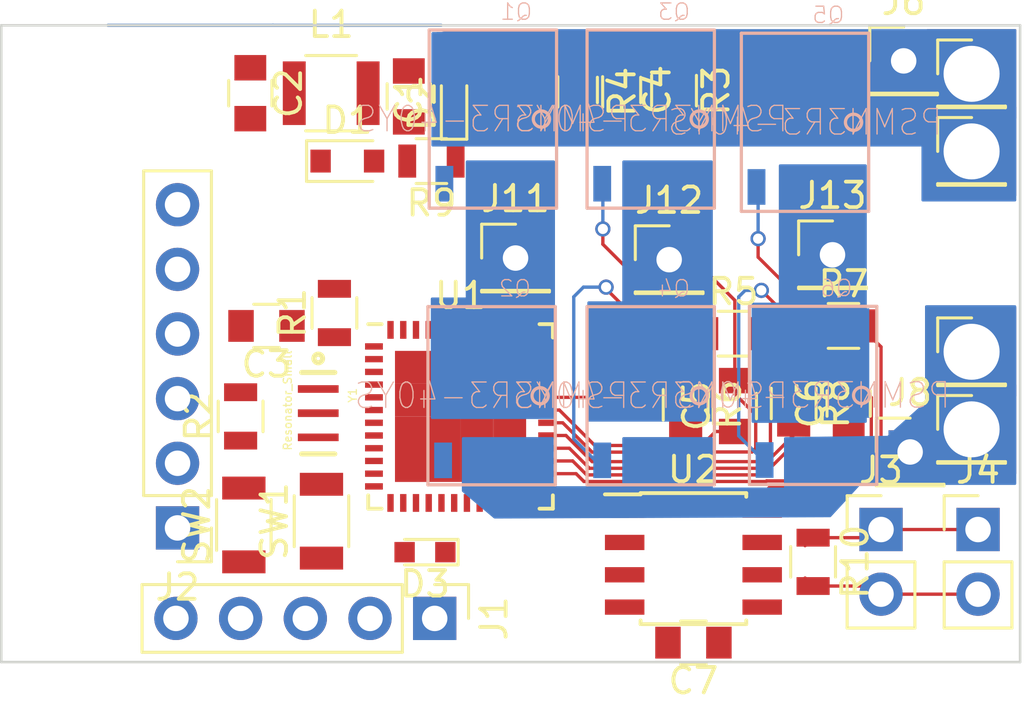
<source format=kicad_pcb>
(kicad_pcb (version 4) (host pcbnew 4.0.6)

  (general
    (links 120)
    (no_connects 88)
    (area 91.382 73.149 141.034762 105.137)
    (thickness 1.6)
    (drawings 4)
    (tracks 130)
    (zones 0)
    (modules 45)
    (nets 56)
  )

  (page A4)
  (layers
    (0 F.Cu signal)
    (1 In1.Cu signal)
    (2 In2.Cu signal)
    (31 B.Cu signal)
    (32 B.Adhes user)
    (33 F.Adhes user)
    (34 B.Paste user)
    (35 F.Paste user)
    (36 B.SilkS user)
    (37 F.SilkS user hide)
    (38 B.Mask user)
    (39 F.Mask user)
    (40 Dwgs.User user hide)
    (41 Cmts.User user)
    (42 Eco1.User user)
    (43 Eco2.User user)
    (44 Edge.Cuts user)
    (45 Margin user)
    (46 B.CrtYd user)
    (47 F.CrtYd user hide)
    (48 B.Fab user)
    (49 F.Fab user hide)
  )

  (setup
    (last_trace_width 0.13)
    (user_trace_width 0.11)
    (user_trace_width 0.13)
    (trace_clearance 0.13)
    (zone_clearance 0.1)
    (zone_45_only no)
    (trace_min 0.1)
    (segment_width 0.2)
    (edge_width 0.1)
    (via_size 0.6)
    (via_drill 0.4)
    (via_min_size 0.2)
    (via_min_drill 0.2)
    (user_via 0.35 0.2)
    (user_via 0.4 0.25)
    (user_via 3 2.3)
    (uvia_size 0.3)
    (uvia_drill 0.1)
    (uvias_allowed no)
    (uvia_min_size 0.2)
    (uvia_min_drill 0.1)
    (pcb_text_width 0.3)
    (pcb_text_size 1.5 1.5)
    (mod_edge_width 0.15)
    (mod_text_size 1 1)
    (mod_text_width 0.15)
    (pad_size 3.5 3.5)
    (pad_drill 2.2)
    (pad_to_mask_clearance 0)
    (aux_axis_origin 0 0)
    (visible_elements 7FFCFFFF)
    (pcbplotparams
      (layerselection 0x00030_80000001)
      (usegerberextensions false)
      (excludeedgelayer true)
      (linewidth 0.100000)
      (plotframeref false)
      (viasonmask false)
      (mode 1)
      (useauxorigin false)
      (hpglpennumber 1)
      (hpglpenspeed 20)
      (hpglpendiameter 15)
      (hpglpenoverlay 2)
      (psnegative false)
      (psa4output false)
      (plotreference true)
      (plotvalue true)
      (plotinvisibletext false)
      (padsonsilk false)
      (subtractmaskfromsilk false)
      (outputformat 1)
      (mirror false)
      (drillshape 1)
      (scaleselection 1)
      (outputdirectory ""))
  )

  (net 0 "")
  (net 1 +3V3)
  (net 2 Earth)
  (net 3 "Net-(C2-Pad2)")
  (net 4 "Net-(C3-Pad1)")
  (net 5 BOOT1)
  (net 6 O1)
  (net 7 BOOT2)
  (net 8 O2)
  (net 9 BOOT3)
  (net 10 O3)
  (net 11 "Net-(D1-Pad1)")
  (net 12 "Net-(D2-Pad1)")
  (net 13 "Net-(D3-Pad2)")
  (net 14 NRST)
  (net 15 SWDIO)
  (net 16 SWDCLK)
  (net 17 MOSI)
  (net 18 MISO)
  (net 19 SCK)
  (net 20 CS)
  (net 21 RS-B)
  (net 22 RS-A)
  (net 23 "Net-(Q1-Pad4)")
  (net 24 +12V)
  (net 25 "Net-(Q2-Pad4)")
  (net 26 "Net-(Q3-Pad4)")
  (net 27 "Net-(Q4-Pad4)")
  (net 28 "Net-(Q5-Pad4)")
  (net 29 "Net-(Q6-Pad4)")
  (net 30 H1)
  (net 31 L1)
  (net 32 H2)
  (net 33 L2)
  (net 34 H3)
  (net 35 L3)
  (net 36 "Net-(SW1-Pad1)")
  (net 37 "Net-(SW2-Pad1)")
  (net 38 "Net-(U1-Pad1)")
  (net 39 "Net-(U1-Pad2)")
  (net 40 "Net-(U1-Pad3)")
  (net 41 "Net-(U1-Pad4)")
  (net 42 "Net-(U1-Pad5)")
  (net 43 DE)
  (net 44 "Net-(U1-Pad21)")
  (net 45 "Net-(U1-Pad22)")
  (net 46 "Net-(U1-Pad23)")
  (net 47 "Net-(U1-Pad24)")
  (net 48 TX)
  (net 49 RX)
  (net 50 "Net-(U1-Pad41)")
  (net 51 "Net-(U1-Pad42)")
  (net 52 "Net-(U1-Pad43)")
  (net 53 "Net-(U1-Pad45)")
  (net 54 "Net-(U1-Pad46)")
  (net 55 "Net-(U1-Pad47)")

  (net_class Default "This is the default net class."
    (clearance 0.13)
    (trace_width 0.25)
    (via_dia 0.6)
    (via_drill 0.4)
    (uvia_dia 0.3)
    (uvia_drill 0.1)
    (add_net +12V)
    (add_net +3V3)
    (add_net BOOT1)
    (add_net BOOT2)
    (add_net BOOT3)
    (add_net CS)
    (add_net DE)
    (add_net Earth)
    (add_net H1)
    (add_net H2)
    (add_net H3)
    (add_net L1)
    (add_net L2)
    (add_net L3)
    (add_net MISO)
    (add_net MOSI)
    (add_net NRST)
    (add_net "Net-(C2-Pad2)")
    (add_net "Net-(C3-Pad1)")
    (add_net "Net-(D1-Pad1)")
    (add_net "Net-(D2-Pad1)")
    (add_net "Net-(D3-Pad2)")
    (add_net "Net-(Q1-Pad4)")
    (add_net "Net-(Q2-Pad4)")
    (add_net "Net-(Q3-Pad4)")
    (add_net "Net-(Q4-Pad4)")
    (add_net "Net-(Q5-Pad4)")
    (add_net "Net-(Q6-Pad4)")
    (add_net "Net-(SW1-Pad1)")
    (add_net "Net-(SW2-Pad1)")
    (add_net "Net-(U1-Pad1)")
    (add_net "Net-(U1-Pad2)")
    (add_net "Net-(U1-Pad21)")
    (add_net "Net-(U1-Pad22)")
    (add_net "Net-(U1-Pad23)")
    (add_net "Net-(U1-Pad24)")
    (add_net "Net-(U1-Pad3)")
    (add_net "Net-(U1-Pad4)")
    (add_net "Net-(U1-Pad41)")
    (add_net "Net-(U1-Pad42)")
    (add_net "Net-(U1-Pad43)")
    (add_net "Net-(U1-Pad45)")
    (add_net "Net-(U1-Pad46)")
    (add_net "Net-(U1-Pad47)")
    (add_net "Net-(U1-Pad5)")
    (add_net O1)
    (add_net O2)
    (add_net O3)
    (add_net RS-A)
    (add_net RS-B)
    (add_net RX)
    (add_net SCK)
    (add_net SWDCLK)
    (add_net SWDIO)
    (add_net TX)
  )

  (net_class Thin ""
    (clearance 0.1)
    (trace_width 0.1)
    (via_dia 0.4)
    (via_drill 0.2)
    (uvia_dia 0.3)
    (uvia_drill 0.1)
  )

  (module LEDs:LED_0603 (layer F.Cu) (tedit 57FE93A5) (tstamp 59C7A848)
    (at 116.713 95.758 180)
    (descr "LED 0603 smd package")
    (tags "LED led 0603 SMD smd SMT smt smdled SMDLED smtled SMTLED")
    (path /59C94485)
    (attr smd)
    (fp_text reference D3 (at 0 -1.25 180) (layer F.SilkS)
      (effects (font (size 1 1) (thickness 0.15)))
    )
    (fp_text value LED (at 0 1.35 180) (layer F.Fab)
      (effects (font (size 1 1) (thickness 0.15)))
    )
    (fp_line (start -1.3 -0.5) (end -1.3 0.5) (layer F.SilkS) (width 0.12))
    (fp_line (start -0.2 -0.2) (end -0.2 0.2) (layer F.Fab) (width 0.1))
    (fp_line (start -0.15 0) (end 0.15 -0.2) (layer F.Fab) (width 0.1))
    (fp_line (start 0.15 0.2) (end -0.15 0) (layer F.Fab) (width 0.1))
    (fp_line (start 0.15 -0.2) (end 0.15 0.2) (layer F.Fab) (width 0.1))
    (fp_line (start 0.8 0.4) (end -0.8 0.4) (layer F.Fab) (width 0.1))
    (fp_line (start 0.8 -0.4) (end 0.8 0.4) (layer F.Fab) (width 0.1))
    (fp_line (start -0.8 -0.4) (end 0.8 -0.4) (layer F.Fab) (width 0.1))
    (fp_line (start -0.8 0.4) (end -0.8 -0.4) (layer F.Fab) (width 0.1))
    (fp_line (start -1.3 0.5) (end 0.8 0.5) (layer F.SilkS) (width 0.12))
    (fp_line (start -1.3 -0.5) (end 0.8 -0.5) (layer F.SilkS) (width 0.12))
    (fp_line (start 1.45 -0.65) (end 1.45 0.65) (layer F.CrtYd) (width 0.05))
    (fp_line (start 1.45 0.65) (end -1.45 0.65) (layer F.CrtYd) (width 0.05))
    (fp_line (start -1.45 0.65) (end -1.45 -0.65) (layer F.CrtYd) (width 0.05))
    (fp_line (start -1.45 -0.65) (end 1.45 -0.65) (layer F.CrtYd) (width 0.05))
    (pad 2 smd rect (at 0.8 0) (size 0.8 0.8) (layers F.Cu F.Paste F.Mask)
      (net 13 "Net-(D3-Pad2)"))
    (pad 1 smd rect (at -0.8 0) (size 0.8 0.8) (layers F.Cu F.Paste F.Mask)
      (net 2 Earth))
    (model ${KISYS3DMOD}/LEDs.3dshapes/LED_0603.wrl
      (at (xyz 0 0 0))
      (scale (xyz 1 1 1))
      (rotate (xyz 0 0 180))
    )
  )

  (module Resistors_SMD:R_0805 (layer F.Cu) (tedit 59C7AEAB) (tstamp 59C7A8F7)
    (at 128.8288 87.1728)
    (descr "Resistor SMD 0805, reflow soldering, Vishay (see dcrcw.pdf)")
    (tags "resistor 0805")
    (path /59785365)
    (attr smd)
    (fp_text reference R5 (at 0 -1.65) (layer F.SilkS)
      (effects (font (size 1 1) (thickness 0.15)))
    )
    (fp_text value 10 (at 0 1.75) (layer F.Fab) hide
      (effects (font (size 1 1) (thickness 0.15)))
    )
    (fp_text user %R (at 0 0) (layer F.Fab)
      (effects (font (size 0.5 0.5) (thickness 0.075)))
    )
    (fp_line (start -1 0.62) (end -1 -0.62) (layer F.Fab) (width 0.1))
    (fp_line (start 1 0.62) (end -1 0.62) (layer F.Fab) (width 0.1))
    (fp_line (start 1 -0.62) (end 1 0.62) (layer F.Fab) (width 0.1))
    (fp_line (start -1 -0.62) (end 1 -0.62) (layer F.Fab) (width 0.1))
    (fp_line (start 0.6 0.88) (end -0.6 0.88) (layer F.SilkS) (width 0.12))
    (fp_line (start -0.6 -0.88) (end 0.6 -0.88) (layer F.SilkS) (width 0.12))
    (fp_line (start -1.55 -0.9) (end 1.55 -0.9) (layer F.CrtYd) (width 0.05))
    (fp_line (start -1.55 -0.9) (end -1.55 0.9) (layer F.CrtYd) (width 0.05))
    (fp_line (start 1.55 0.9) (end 1.55 -0.9) (layer F.CrtYd) (width 0.05))
    (fp_line (start 1.55 0.9) (end -1.55 0.9) (layer F.CrtYd) (width 0.05))
    (pad 1 smd rect (at -0.95 0) (size 0.7 1.3) (layers F.Cu F.Paste F.Mask)
      (net 26 "Net-(Q3-Pad4)"))
    (pad 2 smd rect (at 0.95 0) (size 0.7 1.3) (layers F.Cu F.Paste F.Mask)
      (net 32 H2))
    (model ${KISYS3DMOD}/Resistors_SMD.3dshapes/R_0805.wrl
      (at (xyz 0 0 0))
      (scale (xyz 1 1 1))
      (rotate (xyz 0 0 0))
    )
  )

  (module Dizzy:PSMN3R3-40YS (layer B.Cu) (tedit 0) (tstamp 59C7A8D9)
    (at 131.953 89.5985 180)
    (path /597854EC)
    (attr smd)
    (fp_text reference Q6 (at -0.9144 4.2164 180) (layer B.SilkS)
      (effects (font (size 0.64 0.64) (thickness 0.05)) (justify mirror))
    )
    (fp_text value PSMN3R3-40YS (at 0 0 180) (layer B.SilkS)
      (effects (font (size 1 0.9) (thickness 0.05)) (justify mirror))
    )
    (fp_line (start -2.5 3.5) (end 2.5 3.5) (layer B.SilkS) (width 0.127))
    (fp_line (start 2.5 3.5) (end 2.5 -3.5) (layer B.SilkS) (width 0.127))
    (fp_line (start 2.5 -3.5) (end -2.5 -3.5) (layer B.SilkS) (width 0.127))
    (fp_line (start -2.5 -3.5) (end -2.5 3.5) (layer B.SilkS) (width 0.127))
    (fp_circle (center -1.905 0) (end -1.5875 0) (layer B.SilkS) (width 0.127))
    (fp_line (start -2.5 3.5) (end -2.5 -3.5) (layer Dwgs.User) (width 0.127))
    (fp_line (start -2.5 -3.5) (end 2.5 -3.5) (layer Dwgs.User) (width 0.127))
    (fp_line (start 2.5 -3.5) (end 2.5 3.5) (layer Dwgs.User) (width 0.127))
    (fp_line (start 2.5 3.5) (end -2.5 3.5) (layer Dwgs.User) (width 0.127))
    (fp_poly (pts (xy -2.413 3.429) (xy 2.413 3.429) (xy 2.413 -3.429) (xy -2.413 -3.429)) (layer Dwgs.User) (width 0.381))
    (pad 1 smd rect (at -1.905 -2.54 270) (size 1.4 0.7) (layers B.Cu B.Paste B.Mask)
      (net 2 Earth))
    (pad 2 smd rect (at -0.635 -2.54 270) (size 1.4 0.7) (layers B.Cu B.Paste B.Mask)
      (net 2 Earth))
    (pad 3 smd rect (at 0.635 -2.54 270) (size 1.4 0.7) (layers B.Cu B.Paste B.Mask)
      (net 2 Earth))
    (pad 4 smd rect (at 1.905 -2.54 270) (size 1.4 0.7) (layers B.Cu B.Paste B.Mask)
      (net 29 "Net-(Q6-Pad4)"))
    (pad 5678 smd rect (at 0 1.27 270) (size 4.3 4.41) (layers B.Cu B.Paste B.Mask)
      (net 10 O3))
  )

  (module Resistors_SMD:R_0805 (layer F.Cu) (tedit 59C7AEA1) (tstamp 59C7A8FD)
    (at 126.9492 89.9668 270)
    (descr "Resistor SMD 0805, reflow soldering, Vishay (see dcrcw.pdf)")
    (tags "resistor 0805")
    (path /5978536E)
    (attr smd)
    (fp_text reference R6 (at 0 -1.65 270) (layer F.SilkS)
      (effects (font (size 1 1) (thickness 0.15)))
    )
    (fp_text value 10 (at 0 1.75 270) (layer F.Fab) hide
      (effects (font (size 1 1) (thickness 0.15)))
    )
    (fp_text user %R (at 0 0 270) (layer F.Fab)
      (effects (font (size 0.5 0.5) (thickness 0.075)))
    )
    (fp_line (start -1 0.62) (end -1 -0.62) (layer F.Fab) (width 0.1))
    (fp_line (start 1 0.62) (end -1 0.62) (layer F.Fab) (width 0.1))
    (fp_line (start 1 -0.62) (end 1 0.62) (layer F.Fab) (width 0.1))
    (fp_line (start -1 -0.62) (end 1 -0.62) (layer F.Fab) (width 0.1))
    (fp_line (start 0.6 0.88) (end -0.6 0.88) (layer F.SilkS) (width 0.12))
    (fp_line (start -0.6 -0.88) (end 0.6 -0.88) (layer F.SilkS) (width 0.12))
    (fp_line (start -1.55 -0.9) (end 1.55 -0.9) (layer F.CrtYd) (width 0.05))
    (fp_line (start -1.55 -0.9) (end -1.55 0.9) (layer F.CrtYd) (width 0.05))
    (fp_line (start 1.55 0.9) (end 1.55 -0.9) (layer F.CrtYd) (width 0.05))
    (fp_line (start 1.55 0.9) (end -1.55 0.9) (layer F.CrtYd) (width 0.05))
    (pad 1 smd rect (at -0.95 0 270) (size 0.7 1.3) (layers F.Cu F.Paste F.Mask)
      (net 27 "Net-(Q4-Pad4)"))
    (pad 2 smd rect (at 0.95 0 270) (size 0.7 1.3) (layers F.Cu F.Paste F.Mask)
      (net 33 L2))
    (model ${KISYS3DMOD}/Resistors_SMD.3dshapes/R_0805.wrl
      (at (xyz 0 0 0))
      (scale (xyz 1 1 1))
      (rotate (xyz 0 0 0))
    )
  )

  (module Capacitors_SMD:C_0805 (layer F.Cu) (tedit 59C7AFF7) (tstamp 59C7A812)
    (at 116.078 77.851 270)
    (descr "Capacitor SMD 0805, reflow soldering, AVX (see smccp.pdf)")
    (tags "capacitor 0805")
    (path /597BE295)
    (attr smd)
    (fp_text reference C1 (at 0.127 0 270) (layer F.SilkS)
      (effects (font (size 1 1) (thickness 0.15)))
    )
    (fp_text value 47uF (at 0 1.75 270) (layer F.Fab) hide
      (effects (font (size 1 1) (thickness 0.15)))
    )
    (fp_text user %R (at 0.127 0 270) (layer F.Fab)
      (effects (font (size 1 1) (thickness 0.15)))
    )
    (fp_line (start -1 0.62) (end -1 -0.62) (layer F.Fab) (width 0.1))
    (fp_line (start 1 0.62) (end -1 0.62) (layer F.Fab) (width 0.1))
    (fp_line (start 1 -0.62) (end 1 0.62) (layer F.Fab) (width 0.1))
    (fp_line (start -1 -0.62) (end 1 -0.62) (layer F.Fab) (width 0.1))
    (fp_line (start 0.5 -0.85) (end -0.5 -0.85) (layer F.SilkS) (width 0.12))
    (fp_line (start -0.5 0.85) (end 0.5 0.85) (layer F.SilkS) (width 0.12))
    (fp_line (start -1.75 -0.88) (end 1.75 -0.88) (layer F.CrtYd) (width 0.05))
    (fp_line (start -1.75 -0.88) (end -1.75 0.87) (layer F.CrtYd) (width 0.05))
    (fp_line (start 1.75 0.87) (end 1.75 -0.88) (layer F.CrtYd) (width 0.05))
    (fp_line (start 1.75 0.87) (end -1.75 0.87) (layer F.CrtYd) (width 0.05))
    (pad 1 smd rect (at -1 0 270) (size 1 1.25) (layers F.Cu F.Paste F.Mask)
      (net 1 +3V3))
    (pad 2 smd rect (at 1 0 270) (size 1 1.25) (layers F.Cu F.Paste F.Mask)
      (net 2 Earth))
    (model Capacitors_SMD.3dshapes/C_0805.wrl
      (at (xyz 0 0 0))
      (scale (xyz 1 1 1))
      (rotate (xyz 0 0 0))
    )
  )

  (module Capacitors_SMD:C_0805 (layer F.Cu) (tedit 59C7B1D3) (tstamp 59C7A818)
    (at 109.855 77.724 270)
    (descr "Capacitor SMD 0805, reflow soldering, AVX (see smccp.pdf)")
    (tags "capacitor 0805")
    (path /59C72B99)
    (attr smd)
    (fp_text reference C2 (at 0 -1.5 270) (layer F.SilkS)
      (effects (font (size 1 1) (thickness 0.15)))
    )
    (fp_text value 47uF (at 0 1.75 270) (layer F.Fab) hide
      (effects (font (size 1 1) (thickness 0.15)))
    )
    (fp_text user %R (at 0 -1.5 270) (layer F.Fab)
      (effects (font (size 1 1) (thickness 0.15)))
    )
    (fp_line (start -1 0.62) (end -1 -0.62) (layer F.Fab) (width 0.1))
    (fp_line (start 1 0.62) (end -1 0.62) (layer F.Fab) (width 0.1))
    (fp_line (start 1 -0.62) (end 1 0.62) (layer F.Fab) (width 0.1))
    (fp_line (start -1 -0.62) (end 1 -0.62) (layer F.Fab) (width 0.1))
    (fp_line (start 0.5 -0.85) (end -0.5 -0.85) (layer F.SilkS) (width 0.12))
    (fp_line (start -0.5 0.85) (end 0.5 0.85) (layer F.SilkS) (width 0.12))
    (fp_line (start -1.75 -0.88) (end 1.75 -0.88) (layer F.CrtYd) (width 0.05))
    (fp_line (start -1.75 -0.88) (end -1.75 0.87) (layer F.CrtYd) (width 0.05))
    (fp_line (start 1.75 0.87) (end 1.75 -0.88) (layer F.CrtYd) (width 0.05))
    (fp_line (start 1.75 0.87) (end -1.75 0.87) (layer F.CrtYd) (width 0.05))
    (pad 1 smd rect (at -1 0 270) (size 1 1.25) (layers F.Cu F.Paste F.Mask)
      (net 2 Earth))
    (pad 2 smd rect (at 1 0 270) (size 1 1.25) (layers F.Cu F.Paste F.Mask)
      (net 3 "Net-(C2-Pad2)"))
    (model Capacitors_SMD.3dshapes/C_0805.wrl
      (at (xyz 0 0 0))
      (scale (xyz 1 1 1))
      (rotate (xyz 0 0 0))
    )
  )

  (module Capacitors_SMD:C_0805 (layer F.Cu) (tedit 59C7B060) (tstamp 59C7A81E)
    (at 110.49 86.868 180)
    (descr "Capacitor SMD 0805, reflow soldering, AVX (see smccp.pdf)")
    (tags "capacitor 0805")
    (path /59781C6F)
    (attr smd)
    (fp_text reference C3 (at 0 -1.5 180) (layer F.SilkS)
      (effects (font (size 1 1) (thickness 0.15)))
    )
    (fp_text value 1uF (at 0 1.75 180) (layer F.Fab) hide
      (effects (font (size 1 1) (thickness 0.15)))
    )
    (fp_text user %R (at 0 -1.5 180) (layer F.Fab)
      (effects (font (size 1 1) (thickness 0.15)))
    )
    (fp_line (start -1 0.62) (end -1 -0.62) (layer F.Fab) (width 0.1))
    (fp_line (start 1 0.62) (end -1 0.62) (layer F.Fab) (width 0.1))
    (fp_line (start 1 -0.62) (end 1 0.62) (layer F.Fab) (width 0.1))
    (fp_line (start -1 -0.62) (end 1 -0.62) (layer F.Fab) (width 0.1))
    (fp_line (start 0.5 -0.85) (end -0.5 -0.85) (layer F.SilkS) (width 0.12))
    (fp_line (start -0.5 0.85) (end 0.5 0.85) (layer F.SilkS) (width 0.12))
    (fp_line (start -1.75 -0.88) (end 1.75 -0.88) (layer F.CrtYd) (width 0.05))
    (fp_line (start -1.75 -0.88) (end -1.75 0.87) (layer F.CrtYd) (width 0.05))
    (fp_line (start 1.75 0.87) (end 1.75 -0.88) (layer F.CrtYd) (width 0.05))
    (fp_line (start 1.75 0.87) (end -1.75 0.87) (layer F.CrtYd) (width 0.05))
    (pad 1 smd rect (at -1 0 180) (size 1 1.25) (layers F.Cu F.Paste F.Mask)
      (net 4 "Net-(C3-Pad1)"))
    (pad 2 smd rect (at 1 0 180) (size 1 1.25) (layers F.Cu F.Paste F.Mask)
      (net 2 Earth))
    (model Capacitors_SMD.3dshapes/C_0805.wrl
      (at (xyz 0 0 0))
      (scale (xyz 1 1 1))
      (rotate (xyz 0 0 0))
    )
  )

  (module Capacitors_SMD:C_0805 (layer F.Cu) (tedit 59C7AE97) (tstamp 59C7A824)
    (at 124.333 77.597 270)
    (descr "Capacitor SMD 0805, reflow soldering, AVX (see smccp.pdf)")
    (tags "capacitor 0805")
    (path /59775905)
    (attr smd)
    (fp_text reference C4 (at 0 -1.5 270) (layer F.SilkS)
      (effects (font (size 1 1) (thickness 0.15)))
    )
    (fp_text value 1uF (at 0 1.75 270) (layer F.Fab) hide
      (effects (font (size 1 1) (thickness 0.15)))
    )
    (fp_text user %R (at 0 -1.5 270) (layer F.Fab)
      (effects (font (size 1 1) (thickness 0.15)))
    )
    (fp_line (start -1 0.62) (end -1 -0.62) (layer F.Fab) (width 0.1))
    (fp_line (start 1 0.62) (end -1 0.62) (layer F.Fab) (width 0.1))
    (fp_line (start 1 -0.62) (end 1 0.62) (layer F.Fab) (width 0.1))
    (fp_line (start -1 -0.62) (end 1 -0.62) (layer F.Fab) (width 0.1))
    (fp_line (start 0.5 -0.85) (end -0.5 -0.85) (layer F.SilkS) (width 0.12))
    (fp_line (start -0.5 0.85) (end 0.5 0.85) (layer F.SilkS) (width 0.12))
    (fp_line (start -1.75 -0.88) (end 1.75 -0.88) (layer F.CrtYd) (width 0.05))
    (fp_line (start -1.75 -0.88) (end -1.75 0.87) (layer F.CrtYd) (width 0.05))
    (fp_line (start 1.75 0.87) (end 1.75 -0.88) (layer F.CrtYd) (width 0.05))
    (fp_line (start 1.75 0.87) (end -1.75 0.87) (layer F.CrtYd) (width 0.05))
    (pad 1 smd rect (at -1 0 270) (size 1 1.25) (layers F.Cu F.Paste F.Mask)
      (net 5 BOOT1))
    (pad 2 smd rect (at 1 0 270) (size 1 1.25) (layers F.Cu F.Paste F.Mask)
      (net 6 O1))
    (model Capacitors_SMD.3dshapes/C_0805.wrl
      (at (xyz 0 0 0))
      (scale (xyz 1 1 1))
      (rotate (xyz 0 0 0))
    )
  )

  (module Capacitors_SMD:C_0805 (layer F.Cu) (tedit 59C7AEA6) (tstamp 59C7A82A)
    (at 128.8796 90.0176 90)
    (descr "Capacitor SMD 0805, reflow soldering, AVX (see smccp.pdf)")
    (tags "capacitor 0805")
    (path /59785384)
    (attr smd)
    (fp_text reference C5 (at 0 -1.5 90) (layer F.SilkS)
      (effects (font (size 1 1) (thickness 0.15)))
    )
    (fp_text value 1uF (at 0 1.75 90) (layer F.Fab) hide
      (effects (font (size 1 1) (thickness 0.15)))
    )
    (fp_text user %R (at 0 -1.5 90) (layer F.Fab)
      (effects (font (size 1 1) (thickness 0.15)))
    )
    (fp_line (start -1 0.62) (end -1 -0.62) (layer F.Fab) (width 0.1))
    (fp_line (start 1 0.62) (end -1 0.62) (layer F.Fab) (width 0.1))
    (fp_line (start 1 -0.62) (end 1 0.62) (layer F.Fab) (width 0.1))
    (fp_line (start -1 -0.62) (end 1 -0.62) (layer F.Fab) (width 0.1))
    (fp_line (start 0.5 -0.85) (end -0.5 -0.85) (layer F.SilkS) (width 0.12))
    (fp_line (start -0.5 0.85) (end 0.5 0.85) (layer F.SilkS) (width 0.12))
    (fp_line (start -1.75 -0.88) (end 1.75 -0.88) (layer F.CrtYd) (width 0.05))
    (fp_line (start -1.75 -0.88) (end -1.75 0.87) (layer F.CrtYd) (width 0.05))
    (fp_line (start 1.75 0.87) (end 1.75 -0.88) (layer F.CrtYd) (width 0.05))
    (fp_line (start 1.75 0.87) (end -1.75 0.87) (layer F.CrtYd) (width 0.05))
    (pad 1 smd rect (at -1 0 90) (size 1 1.25) (layers F.Cu F.Paste F.Mask)
      (net 7 BOOT2))
    (pad 2 smd rect (at 1 0 90) (size 1 1.25) (layers F.Cu F.Paste F.Mask)
      (net 8 O2))
    (model Capacitors_SMD.3dshapes/C_0805.wrl
      (at (xyz 0 0 0))
      (scale (xyz 1 1 1))
      (rotate (xyz 0 0 0))
    )
  )

  (module Capacitors_SMD:C_0805 (layer F.Cu) (tedit 59C7AE16) (tstamp 59C7A830)
    (at 133.35 89.916 90)
    (descr "Capacitor SMD 0805, reflow soldering, AVX (see smccp.pdf)")
    (tags "capacitor 0805")
    (path /59785512)
    (attr smd)
    (fp_text reference C6 (at 0 -1.5 90) (layer F.SilkS)
      (effects (font (size 1 1) (thickness 0.15)))
    )
    (fp_text value 1uF (at 0 1.75 90) (layer F.Fab) hide
      (effects (font (size 1 1) (thickness 0.15)))
    )
    (fp_text user %R (at 0 -1.5 90) (layer F.Fab)
      (effects (font (size 1 1) (thickness 0.15)))
    )
    (fp_line (start -1 0.62) (end -1 -0.62) (layer F.Fab) (width 0.1))
    (fp_line (start 1 0.62) (end -1 0.62) (layer F.Fab) (width 0.1))
    (fp_line (start 1 -0.62) (end 1 0.62) (layer F.Fab) (width 0.1))
    (fp_line (start -1 -0.62) (end 1 -0.62) (layer F.Fab) (width 0.1))
    (fp_line (start 0.5 -0.85) (end -0.5 -0.85) (layer F.SilkS) (width 0.12))
    (fp_line (start -0.5 0.85) (end 0.5 0.85) (layer F.SilkS) (width 0.12))
    (fp_line (start -1.75 -0.88) (end 1.75 -0.88) (layer F.CrtYd) (width 0.05))
    (fp_line (start -1.75 -0.88) (end -1.75 0.87) (layer F.CrtYd) (width 0.05))
    (fp_line (start 1.75 0.87) (end 1.75 -0.88) (layer F.CrtYd) (width 0.05))
    (fp_line (start 1.75 0.87) (end -1.75 0.87) (layer F.CrtYd) (width 0.05))
    (pad 1 smd rect (at -1 0 90) (size 1 1.25) (layers F.Cu F.Paste F.Mask)
      (net 9 BOOT3))
    (pad 2 smd rect (at 1 0 90) (size 1 1.25) (layers F.Cu F.Paste F.Mask)
      (net 10 O3))
    (model Capacitors_SMD.3dshapes/C_0805.wrl
      (at (xyz 0 0 0))
      (scale (xyz 1 1 1))
      (rotate (xyz 0 0 0))
    )
  )

  (module Capacitors_SMD:C_0805 (layer F.Cu) (tedit 58AA8463) (tstamp 59C7A836)
    (at 127.254 99.314 180)
    (descr "Capacitor SMD 0805, reflow soldering, AVX (see smccp.pdf)")
    (tags "capacitor 0805")
    (path /59CA6694)
    (attr smd)
    (fp_text reference C7 (at 0 -1.5 180) (layer F.SilkS)
      (effects (font (size 1 1) (thickness 0.15)))
    )
    (fp_text value 1uF (at 0 1.75 180) (layer F.Fab)
      (effects (font (size 1 1) (thickness 0.15)))
    )
    (fp_text user %R (at 0 -1.5 180) (layer F.Fab)
      (effects (font (size 1 1) (thickness 0.15)))
    )
    (fp_line (start -1 0.62) (end -1 -0.62) (layer F.Fab) (width 0.1))
    (fp_line (start 1 0.62) (end -1 0.62) (layer F.Fab) (width 0.1))
    (fp_line (start 1 -0.62) (end 1 0.62) (layer F.Fab) (width 0.1))
    (fp_line (start -1 -0.62) (end 1 -0.62) (layer F.Fab) (width 0.1))
    (fp_line (start 0.5 -0.85) (end -0.5 -0.85) (layer F.SilkS) (width 0.12))
    (fp_line (start -0.5 0.85) (end 0.5 0.85) (layer F.SilkS) (width 0.12))
    (fp_line (start -1.75 -0.88) (end 1.75 -0.88) (layer F.CrtYd) (width 0.05))
    (fp_line (start -1.75 -0.88) (end -1.75 0.87) (layer F.CrtYd) (width 0.05))
    (fp_line (start 1.75 0.87) (end 1.75 -0.88) (layer F.CrtYd) (width 0.05))
    (fp_line (start 1.75 0.87) (end -1.75 0.87) (layer F.CrtYd) (width 0.05))
    (pad 1 smd rect (at -1 0 180) (size 1 1.25) (layers F.Cu F.Paste F.Mask)
      (net 2 Earth))
    (pad 2 smd rect (at 1 0 180) (size 1 1.25) (layers F.Cu F.Paste F.Mask)
      (net 1 +3V3))
    (model Capacitors_SMD.3dshapes/C_0805.wrl
      (at (xyz 0 0 0))
      (scale (xyz 1 1 1))
      (rotate (xyz 0 0 0))
    )
  )

  (module Diodes_SMD:D_0805 (layer F.Cu) (tedit 590CE9A4) (tstamp 59C7A83C)
    (at 113.665 80.391)
    (descr "Diode SMD in 0805 package http://datasheets.avx.com/schottky.pdf")
    (tags "smd diode")
    (path /597753DE)
    (attr smd)
    (fp_text reference D1 (at 0 -1.6) (layer F.SilkS)
      (effects (font (size 1 1) (thickness 0.15)))
    )
    (fp_text value D (at 0 1.7) (layer F.Fab)
      (effects (font (size 1 1) (thickness 0.15)))
    )
    (fp_text user %R (at 0 -1.6) (layer F.Fab)
      (effects (font (size 1 1) (thickness 0.15)))
    )
    (fp_line (start -1.6 -0.8) (end -1.6 0.8) (layer F.SilkS) (width 0.12))
    (fp_line (start -1.7 0.88) (end -1.7 -0.88) (layer F.CrtYd) (width 0.05))
    (fp_line (start 1.7 0.88) (end -1.7 0.88) (layer F.CrtYd) (width 0.05))
    (fp_line (start 1.7 -0.88) (end 1.7 0.88) (layer F.CrtYd) (width 0.05))
    (fp_line (start -1.7 -0.88) (end 1.7 -0.88) (layer F.CrtYd) (width 0.05))
    (fp_line (start 0.2 0) (end 0.4 0) (layer F.Fab) (width 0.1))
    (fp_line (start -0.1 0) (end -0.3 0) (layer F.Fab) (width 0.1))
    (fp_line (start -0.1 -0.2) (end -0.1 0.2) (layer F.Fab) (width 0.1))
    (fp_line (start 0.2 0.2) (end 0.2 -0.2) (layer F.Fab) (width 0.1))
    (fp_line (start -0.1 0) (end 0.2 0.2) (layer F.Fab) (width 0.1))
    (fp_line (start 0.2 -0.2) (end -0.1 0) (layer F.Fab) (width 0.1))
    (fp_line (start -1 0.65) (end -1 -0.65) (layer F.Fab) (width 0.1))
    (fp_line (start 1 0.65) (end -1 0.65) (layer F.Fab) (width 0.1))
    (fp_line (start 1 -0.65) (end 1 0.65) (layer F.Fab) (width 0.1))
    (fp_line (start -1 -0.65) (end 1 -0.65) (layer F.Fab) (width 0.1))
    (fp_line (start -1.6 0.8) (end 1 0.8) (layer F.SilkS) (width 0.12))
    (fp_line (start -1.6 -0.8) (end 1 -0.8) (layer F.SilkS) (width 0.12))
    (pad 1 smd rect (at -1.05 0) (size 0.8 0.9) (layers F.Cu F.Paste F.Mask)
      (net 11 "Net-(D1-Pad1)"))
    (pad 2 smd rect (at 1.05 0) (size 0.8 0.9) (layers F.Cu F.Paste F.Mask)
      (net 2 Earth))
    (model ${KISYS3DMOD}/Diodes_SMD.3dshapes/D_0805.wrl
      (at (xyz 0 0 0))
      (scale (xyz 1 1 1))
      (rotate (xyz 0 0 0))
    )
  )

  (module LEDs:LED_0603 (layer F.Cu) (tedit 57FE93A5) (tstamp 59C7A842)
    (at 117.856 78.232 90)
    (descr "LED 0603 smd package")
    (tags "LED led 0603 SMD smd SMT smt smdled SMDLED smtled SMTLED")
    (path /59CACD94)
    (attr smd)
    (fp_text reference D2 (at 0 -1.25 90) (layer F.SilkS)
      (effects (font (size 1 1) (thickness 0.15)))
    )
    (fp_text value LED (at 0 1.35 90) (layer F.Fab)
      (effects (font (size 1 1) (thickness 0.15)))
    )
    (fp_line (start -1.3 -0.5) (end -1.3 0.5) (layer F.SilkS) (width 0.12))
    (fp_line (start -0.2 -0.2) (end -0.2 0.2) (layer F.Fab) (width 0.1))
    (fp_line (start -0.15 0) (end 0.15 -0.2) (layer F.Fab) (width 0.1))
    (fp_line (start 0.15 0.2) (end -0.15 0) (layer F.Fab) (width 0.1))
    (fp_line (start 0.15 -0.2) (end 0.15 0.2) (layer F.Fab) (width 0.1))
    (fp_line (start 0.8 0.4) (end -0.8 0.4) (layer F.Fab) (width 0.1))
    (fp_line (start 0.8 -0.4) (end 0.8 0.4) (layer F.Fab) (width 0.1))
    (fp_line (start -0.8 -0.4) (end 0.8 -0.4) (layer F.Fab) (width 0.1))
    (fp_line (start -0.8 0.4) (end -0.8 -0.4) (layer F.Fab) (width 0.1))
    (fp_line (start -1.3 0.5) (end 0.8 0.5) (layer F.SilkS) (width 0.12))
    (fp_line (start -1.3 -0.5) (end 0.8 -0.5) (layer F.SilkS) (width 0.12))
    (fp_line (start 1.45 -0.65) (end 1.45 0.65) (layer F.CrtYd) (width 0.05))
    (fp_line (start 1.45 0.65) (end -1.45 0.65) (layer F.CrtYd) (width 0.05))
    (fp_line (start -1.45 0.65) (end -1.45 -0.65) (layer F.CrtYd) (width 0.05))
    (fp_line (start -1.45 -0.65) (end 1.45 -0.65) (layer F.CrtYd) (width 0.05))
    (pad 2 smd rect (at 0.8 0 270) (size 0.8 0.8) (layers F.Cu F.Paste F.Mask)
      (net 1 +3V3))
    (pad 1 smd rect (at -0.8 0 270) (size 0.8 0.8) (layers F.Cu F.Paste F.Mask)
      (net 12 "Net-(D2-Pad1)"))
    (model ${KISYS3DMOD}/LEDs.3dshapes/LED_0603.wrl
      (at (xyz 0 0 0))
      (scale (xyz 1 1 1))
      (rotate (xyz 0 0 180))
    )
  )

  (module Pin_Headers:Pin_Header_Straight_1x05_Pitch2.54mm (layer F.Cu) (tedit 59650532) (tstamp 59C7A851)
    (at 117.094 98.3615 270)
    (descr "Through hole straight pin header, 1x05, 2.54mm pitch, single row")
    (tags "Through hole pin header THT 1x05 2.54mm single row")
    (path /59C7E478)
    (fp_text reference J1 (at 0 -2.33 270) (layer F.SilkS)
      (effects (font (size 1 1) (thickness 0.15)))
    )
    (fp_text value SWD (at 0 12.49 270) (layer F.Fab)
      (effects (font (size 1 1) (thickness 0.15)))
    )
    (fp_line (start -0.635 -1.27) (end 1.27 -1.27) (layer F.Fab) (width 0.1))
    (fp_line (start 1.27 -1.27) (end 1.27 11.43) (layer F.Fab) (width 0.1))
    (fp_line (start 1.27 11.43) (end -1.27 11.43) (layer F.Fab) (width 0.1))
    (fp_line (start -1.27 11.43) (end -1.27 -0.635) (layer F.Fab) (width 0.1))
    (fp_line (start -1.27 -0.635) (end -0.635 -1.27) (layer F.Fab) (width 0.1))
    (fp_line (start -1.33 11.49) (end 1.33 11.49) (layer F.SilkS) (width 0.12))
    (fp_line (start -1.33 1.27) (end -1.33 11.49) (layer F.SilkS) (width 0.12))
    (fp_line (start 1.33 1.27) (end 1.33 11.49) (layer F.SilkS) (width 0.12))
    (fp_line (start -1.33 1.27) (end 1.33 1.27) (layer F.SilkS) (width 0.12))
    (fp_line (start -1.33 0) (end -1.33 -1.33) (layer F.SilkS) (width 0.12))
    (fp_line (start -1.33 -1.33) (end 0 -1.33) (layer F.SilkS) (width 0.12))
    (fp_line (start -1.8 -1.8) (end -1.8 11.95) (layer F.CrtYd) (width 0.05))
    (fp_line (start -1.8 11.95) (end 1.8 11.95) (layer F.CrtYd) (width 0.05))
    (fp_line (start 1.8 11.95) (end 1.8 -1.8) (layer F.CrtYd) (width 0.05))
    (fp_line (start 1.8 -1.8) (end -1.8 -1.8) (layer F.CrtYd) (width 0.05))
    (fp_text user %R (at 0 5.08 360) (layer F.Fab)
      (effects (font (size 1 1) (thickness 0.15)))
    )
    (pad 1 thru_hole rect (at 0 0 270) (size 1.7 1.7) (drill 1) (layers *.Cu *.Mask)
      (net 1 +3V3))
    (pad 2 thru_hole oval (at 0 2.54 270) (size 1.7 1.7) (drill 1) (layers *.Cu *.Mask)
      (net 2 Earth))
    (pad 3 thru_hole oval (at 0 5.08 270) (size 1.7 1.7) (drill 1) (layers *.Cu *.Mask)
      (net 14 NRST))
    (pad 4 thru_hole oval (at 0 7.62 270) (size 1.7 1.7) (drill 1) (layers *.Cu *.Mask)
      (net 16 SWDCLK))
    (pad 5 thru_hole oval (at 0 10.16 270) (size 1.7 1.7) (drill 1) (layers *.Cu *.Mask)
      (net 15 SWDIO))
    (model ${KISYS3DMOD}/Pin_Headers.3dshapes/Pin_Header_Straight_1x05_Pitch2.54mm.wrl
      (at (xyz 0 0 0))
      (scale (xyz 1 1 1))
      (rotate (xyz 0 0 0))
    )
  )

  (module Pin_Headers:Pin_Header_Straight_1x06_Pitch2.54mm (layer F.Cu) (tedit 59650532) (tstamp 59C7A85B)
    (at 106.9975 94.8055 180)
    (descr "Through hole straight pin header, 1x06, 2.54mm pitch, single row")
    (tags "Through hole pin header THT 1x06 2.54mm single row")
    (path /59C8A536)
    (fp_text reference J2 (at 0 -2.33 180) (layer F.SilkS)
      (effects (font (size 1 1) (thickness 0.15)))
    )
    (fp_text value SPI (at 0 15.03 180) (layer F.Fab)
      (effects (font (size 1 1) (thickness 0.15)))
    )
    (fp_line (start -0.635 -1.27) (end 1.27 -1.27) (layer F.Fab) (width 0.1))
    (fp_line (start 1.27 -1.27) (end 1.27 13.97) (layer F.Fab) (width 0.1))
    (fp_line (start 1.27 13.97) (end -1.27 13.97) (layer F.Fab) (width 0.1))
    (fp_line (start -1.27 13.97) (end -1.27 -0.635) (layer F.Fab) (width 0.1))
    (fp_line (start -1.27 -0.635) (end -0.635 -1.27) (layer F.Fab) (width 0.1))
    (fp_line (start -1.33 14.03) (end 1.33 14.03) (layer F.SilkS) (width 0.12))
    (fp_line (start -1.33 1.27) (end -1.33 14.03) (layer F.SilkS) (width 0.12))
    (fp_line (start 1.33 1.27) (end 1.33 14.03) (layer F.SilkS) (width 0.12))
    (fp_line (start -1.33 1.27) (end 1.33 1.27) (layer F.SilkS) (width 0.12))
    (fp_line (start -1.33 0) (end -1.33 -1.33) (layer F.SilkS) (width 0.12))
    (fp_line (start -1.33 -1.33) (end 0 -1.33) (layer F.SilkS) (width 0.12))
    (fp_line (start -1.8 -1.8) (end -1.8 14.5) (layer F.CrtYd) (width 0.05))
    (fp_line (start -1.8 14.5) (end 1.8 14.5) (layer F.CrtYd) (width 0.05))
    (fp_line (start 1.8 14.5) (end 1.8 -1.8) (layer F.CrtYd) (width 0.05))
    (fp_line (start 1.8 -1.8) (end -1.8 -1.8) (layer F.CrtYd) (width 0.05))
    (fp_text user %R (at 0 6.35 270) (layer F.Fab)
      (effects (font (size 1 1) (thickness 0.15)))
    )
    (pad 1 thru_hole rect (at 0 0 180) (size 1.7 1.7) (drill 1) (layers *.Cu *.Mask)
      (net 1 +3V3))
    (pad 2 thru_hole oval (at 0 2.54 180) (size 1.7 1.7) (drill 1) (layers *.Cu *.Mask)
      (net 2 Earth))
    (pad 3 thru_hole oval (at 0 5.08 180) (size 1.7 1.7) (drill 1) (layers *.Cu *.Mask)
      (net 17 MOSI))
    (pad 4 thru_hole oval (at 0 7.62 180) (size 1.7 1.7) (drill 1) (layers *.Cu *.Mask)
      (net 18 MISO))
    (pad 5 thru_hole oval (at 0 10.16 180) (size 1.7 1.7) (drill 1) (layers *.Cu *.Mask)
      (net 19 SCK))
    (pad 6 thru_hole oval (at 0 12.7 180) (size 1.7 1.7) (drill 1) (layers *.Cu *.Mask)
      (net 20 CS))
    (model ${KISYS3DMOD}/Pin_Headers.3dshapes/Pin_Header_Straight_1x06_Pitch2.54mm.wrl
      (at (xyz 0 0 0))
      (scale (xyz 1 1 1))
      (rotate (xyz 0 0 0))
    )
  )

  (module Pin_Headers:Pin_Header_Straight_1x02_Pitch2.54mm (layer F.Cu) (tedit 59650532) (tstamp 59C7A861)
    (at 134.62 94.869)
    (descr "Through hole straight pin header, 1x02, 2.54mm pitch, single row")
    (tags "Through hole pin header THT 1x02 2.54mm single row")
    (path /59777EAC)
    (fp_text reference J3 (at 0 -2.33) (layer F.SilkS)
      (effects (font (size 1 1) (thickness 0.15)))
    )
    (fp_text value RS485 (at 0 4.87) (layer F.Fab)
      (effects (font (size 1 1) (thickness 0.15)))
    )
    (fp_line (start -0.635 -1.27) (end 1.27 -1.27) (layer F.Fab) (width 0.1))
    (fp_line (start 1.27 -1.27) (end 1.27 3.81) (layer F.Fab) (width 0.1))
    (fp_line (start 1.27 3.81) (end -1.27 3.81) (layer F.Fab) (width 0.1))
    (fp_line (start -1.27 3.81) (end -1.27 -0.635) (layer F.Fab) (width 0.1))
    (fp_line (start -1.27 -0.635) (end -0.635 -1.27) (layer F.Fab) (width 0.1))
    (fp_line (start -1.33 3.87) (end 1.33 3.87) (layer F.SilkS) (width 0.12))
    (fp_line (start -1.33 1.27) (end -1.33 3.87) (layer F.SilkS) (width 0.12))
    (fp_line (start 1.33 1.27) (end 1.33 3.87) (layer F.SilkS) (width 0.12))
    (fp_line (start -1.33 1.27) (end 1.33 1.27) (layer F.SilkS) (width 0.12))
    (fp_line (start -1.33 0) (end -1.33 -1.33) (layer F.SilkS) (width 0.12))
    (fp_line (start -1.33 -1.33) (end 0 -1.33) (layer F.SilkS) (width 0.12))
    (fp_line (start -1.8 -1.8) (end -1.8 4.35) (layer F.CrtYd) (width 0.05))
    (fp_line (start -1.8 4.35) (end 1.8 4.35) (layer F.CrtYd) (width 0.05))
    (fp_line (start 1.8 4.35) (end 1.8 -1.8) (layer F.CrtYd) (width 0.05))
    (fp_line (start 1.8 -1.8) (end -1.8 -1.8) (layer F.CrtYd) (width 0.05))
    (fp_text user %R (at 0 1.27 90) (layer F.Fab)
      (effects (font (size 1 1) (thickness 0.15)))
    )
    (pad 1 thru_hole rect (at 0 0) (size 1.7 1.7) (drill 1) (layers *.Cu *.Mask)
      (net 21 RS-B))
    (pad 2 thru_hole oval (at 0 2.54) (size 1.7 1.7) (drill 1) (layers *.Cu *.Mask)
      (net 22 RS-A))
    (model ${KISYS3DMOD}/Pin_Headers.3dshapes/Pin_Header_Straight_1x02_Pitch2.54mm.wrl
      (at (xyz 0 0 0))
      (scale (xyz 1 1 1))
      (rotate (xyz 0 0 0))
    )
  )

  (module Inductors_SMD:L_1210 (layer F.Cu) (tedit 59C7AFCD) (tstamp 59C7A867)
    (at 113.03 77.724)
    (descr "Resistor SMD 1210, reflow soldering, Vishay (see dcrcw.pdf)")
    (tags "resistor 1210")
    (path /59775315)
    (attr smd)
    (fp_text reference L1 (at 0 -2.7) (layer F.SilkS)
      (effects (font (size 1 1) (thickness 0.15)))
    )
    (fp_text value 22uH (at 0 2.7) (layer F.Fab) hide
      (effects (font (size 1 1) (thickness 0.15)))
    )
    (fp_text user %R (at 0 0) (layer F.Fab)
      (effects (font (size 0.5 0.5) (thickness 0.075)))
    )
    (fp_line (start -1.6 1.25) (end -1.6 -1.25) (layer F.Fab) (width 0.1))
    (fp_line (start 1.6 1.25) (end -1.6 1.25) (layer F.Fab) (width 0.1))
    (fp_line (start 1.6 -1.25) (end 1.6 1.25) (layer F.Fab) (width 0.1))
    (fp_line (start -1.6 -1.25) (end 1.6 -1.25) (layer F.Fab) (width 0.1))
    (fp_line (start -2.2 -1.6) (end 2.2 -1.6) (layer F.CrtYd) (width 0.05))
    (fp_line (start -2.2 1.6) (end 2.2 1.6) (layer F.CrtYd) (width 0.05))
    (fp_line (start -2.2 -1.6) (end -2.2 1.6) (layer F.CrtYd) (width 0.05))
    (fp_line (start 2.2 -1.6) (end 2.2 1.6) (layer F.CrtYd) (width 0.05))
    (fp_line (start 1 1.48) (end -1 1.48) (layer F.SilkS) (width 0.12))
    (fp_line (start -1 -1.48) (end 1 -1.48) (layer F.SilkS) (width 0.12))
    (pad 1 smd rect (at -1.45 0) (size 0.9 2.5) (layers F.Cu F.Paste F.Mask)
      (net 11 "Net-(D1-Pad1)"))
    (pad 2 smd rect (at 1.45 0) (size 0.9 2.5) (layers F.Cu F.Paste F.Mask)
      (net 1 +3V3))
    (model ${KISYS3DMOD}/Inductors_SMD.3dshapes/L_1210.wrl
      (at (xyz 0 0 0))
      (scale (xyz 1 1 1))
      (rotate (xyz 0 0 0))
    )
  )

  (module Dizzy:PSMN3R3-40YS (layer B.Cu) (tedit 0) (tstamp 59C7A87A)
    (at 119.38 78.74 180)
    (path /59775678)
    (attr smd)
    (fp_text reference Q1 (at -0.9144 4.2164 180) (layer B.SilkS)
      (effects (font (size 0.64 0.64) (thickness 0.05)) (justify mirror))
    )
    (fp_text value PSMN3R3-40YS (at 0 0 180) (layer B.SilkS)
      (effects (font (size 1 0.9) (thickness 0.05)) (justify mirror))
    )
    (fp_line (start -2.5 3.5) (end 2.5 3.5) (layer B.SilkS) (width 0.127))
    (fp_line (start 2.5 3.5) (end 2.5 -3.5) (layer B.SilkS) (width 0.127))
    (fp_line (start 2.5 -3.5) (end -2.5 -3.5) (layer B.SilkS) (width 0.127))
    (fp_line (start -2.5 -3.5) (end -2.5 3.5) (layer B.SilkS) (width 0.127))
    (fp_circle (center -1.905 0) (end -1.5875 0) (layer B.SilkS) (width 0.127))
    (fp_line (start -2.5 3.5) (end -2.5 -3.5) (layer Dwgs.User) (width 0.127))
    (fp_line (start -2.5 -3.5) (end 2.5 -3.5) (layer Dwgs.User) (width 0.127))
    (fp_line (start 2.5 -3.5) (end 2.5 3.5) (layer Dwgs.User) (width 0.127))
    (fp_line (start 2.5 3.5) (end -2.5 3.5) (layer Dwgs.User) (width 0.127))
    (fp_poly (pts (xy -2.413 3.429) (xy 2.413 3.429) (xy 2.413 -3.429) (xy -2.413 -3.429)) (layer Dwgs.User) (width 0.381))
    (pad 1 smd rect (at -1.905 -2.54 270) (size 1.4 0.7) (layers B.Cu B.Paste B.Mask)
      (net 6 O1))
    (pad 2 smd rect (at -0.635 -2.54 270) (size 1.4 0.7) (layers B.Cu B.Paste B.Mask)
      (net 6 O1))
    (pad 3 smd rect (at 0.635 -2.54 270) (size 1.4 0.7) (layers B.Cu B.Paste B.Mask)
      (net 6 O1))
    (pad 4 smd rect (at 1.905 -2.54 270) (size 1.4 0.7) (layers B.Cu B.Paste B.Mask)
      (net 23 "Net-(Q1-Pad4)"))
    (pad 5678 smd rect (at 0 1.27 270) (size 4.3 4.41) (layers B.Cu B.Paste B.Mask)
      (net 24 +12V))
  )

  (module Dizzy:PSMN3R3-40YS (layer B.Cu) (tedit 0) (tstamp 59C7A88D)
    (at 119.3292 89.6112 180)
    (path /59775732)
    (attr smd)
    (fp_text reference Q2 (at -0.9144 4.2164 180) (layer B.SilkS)
      (effects (font (size 0.64 0.64) (thickness 0.05)) (justify mirror))
    )
    (fp_text value PSMN3R3-40YS (at 0 0 180) (layer B.SilkS)
      (effects (font (size 1 0.9) (thickness 0.05)) (justify mirror))
    )
    (fp_line (start -2.5 3.5) (end 2.5 3.5) (layer B.SilkS) (width 0.127))
    (fp_line (start 2.5 3.5) (end 2.5 -3.5) (layer B.SilkS) (width 0.127))
    (fp_line (start 2.5 -3.5) (end -2.5 -3.5) (layer B.SilkS) (width 0.127))
    (fp_line (start -2.5 -3.5) (end -2.5 3.5) (layer B.SilkS) (width 0.127))
    (fp_circle (center -1.905 0) (end -1.5875 0) (layer B.SilkS) (width 0.127))
    (fp_line (start -2.5 3.5) (end -2.5 -3.5) (layer Dwgs.User) (width 0.127))
    (fp_line (start -2.5 -3.5) (end 2.5 -3.5) (layer Dwgs.User) (width 0.127))
    (fp_line (start 2.5 -3.5) (end 2.5 3.5) (layer Dwgs.User) (width 0.127))
    (fp_line (start 2.5 3.5) (end -2.5 3.5) (layer Dwgs.User) (width 0.127))
    (fp_poly (pts (xy -2.413 3.429) (xy 2.413 3.429) (xy 2.413 -3.429) (xy -2.413 -3.429)) (layer Dwgs.User) (width 0.381))
    (pad 1 smd rect (at -1.905 -2.54 270) (size 1.4 0.7) (layers B.Cu B.Paste B.Mask)
      (net 2 Earth))
    (pad 2 smd rect (at -0.635 -2.54 270) (size 1.4 0.7) (layers B.Cu B.Paste B.Mask)
      (net 2 Earth))
    (pad 3 smd rect (at 0.635 -2.54 270) (size 1.4 0.7) (layers B.Cu B.Paste B.Mask)
      (net 2 Earth))
    (pad 4 smd rect (at 1.905 -2.54 270) (size 1.4 0.7) (layers B.Cu B.Paste B.Mask)
      (net 25 "Net-(Q2-Pad4)"))
    (pad 5678 smd rect (at 0 1.27 270) (size 4.3 4.41) (layers B.Cu B.Paste B.Mask)
      (net 6 O1))
  )

  (module Dizzy:PSMN3R3-40YS (layer B.Cu) (tedit 0) (tstamp 59C7A8A0)
    (at 125.5776 78.74 180)
    (path /59785356)
    (attr smd)
    (fp_text reference Q3 (at -0.9144 4.2164 180) (layer B.SilkS)
      (effects (font (size 0.64 0.64) (thickness 0.05)) (justify mirror))
    )
    (fp_text value PSMN3R3-40YS (at 0 0 180) (layer B.SilkS)
      (effects (font (size 1 0.9) (thickness 0.05)) (justify mirror))
    )
    (fp_line (start -2.5 3.5) (end 2.5 3.5) (layer B.SilkS) (width 0.127))
    (fp_line (start 2.5 3.5) (end 2.5 -3.5) (layer B.SilkS) (width 0.127))
    (fp_line (start 2.5 -3.5) (end -2.5 -3.5) (layer B.SilkS) (width 0.127))
    (fp_line (start -2.5 -3.5) (end -2.5 3.5) (layer B.SilkS) (width 0.127))
    (fp_circle (center -1.905 0) (end -1.5875 0) (layer B.SilkS) (width 0.127))
    (fp_line (start -2.5 3.5) (end -2.5 -3.5) (layer Dwgs.User) (width 0.127))
    (fp_line (start -2.5 -3.5) (end 2.5 -3.5) (layer Dwgs.User) (width 0.127))
    (fp_line (start 2.5 -3.5) (end 2.5 3.5) (layer Dwgs.User) (width 0.127))
    (fp_line (start 2.5 3.5) (end -2.5 3.5) (layer Dwgs.User) (width 0.127))
    (fp_poly (pts (xy -2.413 3.429) (xy 2.413 3.429) (xy 2.413 -3.429) (xy -2.413 -3.429)) (layer Dwgs.User) (width 0.381))
    (pad 1 smd rect (at -1.905 -2.54 270) (size 1.4 0.7) (layers B.Cu B.Paste B.Mask)
      (net 8 O2))
    (pad 2 smd rect (at -0.635 -2.54 270) (size 1.4 0.7) (layers B.Cu B.Paste B.Mask)
      (net 8 O2))
    (pad 3 smd rect (at 0.635 -2.54 270) (size 1.4 0.7) (layers B.Cu B.Paste B.Mask)
      (net 8 O2))
    (pad 4 smd rect (at 1.905 -2.54 270) (size 1.4 0.7) (layers B.Cu B.Paste B.Mask)
      (net 26 "Net-(Q3-Pad4)"))
    (pad 5678 smd rect (at 0 1.27 270) (size 4.3 4.41) (layers B.Cu B.Paste B.Mask)
      (net 24 +12V))
  )

  (module Dizzy:PSMN3R3-40YS (layer B.Cu) (tedit 0) (tstamp 59C7A8B3)
    (at 125.5776 89.6112 180)
    (path /5978535E)
    (attr smd)
    (fp_text reference Q4 (at -0.9144 4.2164 180) (layer B.SilkS)
      (effects (font (size 0.64 0.64) (thickness 0.05)) (justify mirror))
    )
    (fp_text value PSMN3R3-40YS (at 0 0 180) (layer B.SilkS)
      (effects (font (size 1 0.9) (thickness 0.05)) (justify mirror))
    )
    (fp_line (start -2.5 3.5) (end 2.5 3.5) (layer B.SilkS) (width 0.127))
    (fp_line (start 2.5 3.5) (end 2.5 -3.5) (layer B.SilkS) (width 0.127))
    (fp_line (start 2.5 -3.5) (end -2.5 -3.5) (layer B.SilkS) (width 0.127))
    (fp_line (start -2.5 -3.5) (end -2.5 3.5) (layer B.SilkS) (width 0.127))
    (fp_circle (center -1.905 0) (end -1.5875 0) (layer B.SilkS) (width 0.127))
    (fp_line (start -2.5 3.5) (end -2.5 -3.5) (layer Dwgs.User) (width 0.127))
    (fp_line (start -2.5 -3.5) (end 2.5 -3.5) (layer Dwgs.User) (width 0.127))
    (fp_line (start 2.5 -3.5) (end 2.5 3.5) (layer Dwgs.User) (width 0.127))
    (fp_line (start 2.5 3.5) (end -2.5 3.5) (layer Dwgs.User) (width 0.127))
    (fp_poly (pts (xy -2.413 3.429) (xy 2.413 3.429) (xy 2.413 -3.429) (xy -2.413 -3.429)) (layer Dwgs.User) (width 0.381))
    (pad 1 smd rect (at -1.905 -2.54 270) (size 1.4 0.7) (layers B.Cu B.Paste B.Mask)
      (net 2 Earth))
    (pad 2 smd rect (at -0.635 -2.54 270) (size 1.4 0.7) (layers B.Cu B.Paste B.Mask)
      (net 2 Earth))
    (pad 3 smd rect (at 0.635 -2.54 270) (size 1.4 0.7) (layers B.Cu B.Paste B.Mask)
      (net 2 Earth))
    (pad 4 smd rect (at 1.905 -2.54 270) (size 1.4 0.7) (layers B.Cu B.Paste B.Mask)
      (net 27 "Net-(Q4-Pad4)"))
    (pad 5678 smd rect (at 0 1.27 270) (size 4.3 4.41) (layers B.Cu B.Paste B.Mask)
      (net 8 O2))
  )

  (module Dizzy:PSMN3R3-40YS (layer B.Cu) (tedit 0) (tstamp 59C7A8C6)
    (at 131.6355 78.867 180)
    (path /597854E4)
    (attr smd)
    (fp_text reference Q5 (at -0.9144 4.2164 180) (layer B.SilkS)
      (effects (font (size 0.64 0.64) (thickness 0.05)) (justify mirror))
    )
    (fp_text value PSMN3R3-40YS (at 0 0 180) (layer B.SilkS)
      (effects (font (size 1 0.9) (thickness 0.05)) (justify mirror))
    )
    (fp_line (start -2.5 3.5) (end 2.5 3.5) (layer B.SilkS) (width 0.127))
    (fp_line (start 2.5 3.5) (end 2.5 -3.5) (layer B.SilkS) (width 0.127))
    (fp_line (start 2.5 -3.5) (end -2.5 -3.5) (layer B.SilkS) (width 0.127))
    (fp_line (start -2.5 -3.5) (end -2.5 3.5) (layer B.SilkS) (width 0.127))
    (fp_circle (center -1.905 0) (end -1.5875 0) (layer B.SilkS) (width 0.127))
    (fp_line (start -2.5 3.5) (end -2.5 -3.5) (layer Dwgs.User) (width 0.127))
    (fp_line (start -2.5 -3.5) (end 2.5 -3.5) (layer Dwgs.User) (width 0.127))
    (fp_line (start 2.5 -3.5) (end 2.5 3.5) (layer Dwgs.User) (width 0.127))
    (fp_line (start 2.5 3.5) (end -2.5 3.5) (layer Dwgs.User) (width 0.127))
    (fp_poly (pts (xy -2.413 3.429) (xy 2.413 3.429) (xy 2.413 -3.429) (xy -2.413 -3.429)) (layer Dwgs.User) (width 0.381))
    (pad 1 smd rect (at -1.905 -2.54 270) (size 1.4 0.7) (layers B.Cu B.Paste B.Mask)
      (net 10 O3))
    (pad 2 smd rect (at -0.635 -2.54 270) (size 1.4 0.7) (layers B.Cu B.Paste B.Mask)
      (net 10 O3))
    (pad 3 smd rect (at 0.635 -2.54 270) (size 1.4 0.7) (layers B.Cu B.Paste B.Mask)
      (net 10 O3))
    (pad 4 smd rect (at 1.905 -2.54 270) (size 1.4 0.7) (layers B.Cu B.Paste B.Mask)
      (net 28 "Net-(Q5-Pad4)"))
    (pad 5678 smd rect (at 0 1.27 270) (size 4.3 4.41) (layers B.Cu B.Paste B.Mask)
      (net 24 +12V))
  )

  (module Resistors_SMD:R_0805 (layer F.Cu) (tedit 59C7B1D9) (tstamp 59C7A8DF)
    (at 113.157 86.36 90)
    (descr "Resistor SMD 0805, reflow soldering, Vishay (see dcrcw.pdf)")
    (tags "resistor 0805")
    (path /59781D39)
    (attr smd)
    (fp_text reference R1 (at 0 -1.65 90) (layer F.SilkS)
      (effects (font (size 1 1) (thickness 0.15)))
    )
    (fp_text value 47K (at 0 1.75 90) (layer F.Fab) hide
      (effects (font (size 1 1) (thickness 0.15)))
    )
    (fp_text user %R (at 0 0 90) (layer F.Fab)
      (effects (font (size 0.5 0.5) (thickness 0.075)))
    )
    (fp_line (start -1 0.62) (end -1 -0.62) (layer F.Fab) (width 0.1))
    (fp_line (start 1 0.62) (end -1 0.62) (layer F.Fab) (width 0.1))
    (fp_line (start 1 -0.62) (end 1 0.62) (layer F.Fab) (width 0.1))
    (fp_line (start -1 -0.62) (end 1 -0.62) (layer F.Fab) (width 0.1))
    (fp_line (start 0.6 0.88) (end -0.6 0.88) (layer F.SilkS) (width 0.12))
    (fp_line (start -0.6 -0.88) (end 0.6 -0.88) (layer F.SilkS) (width 0.12))
    (fp_line (start -1.55 -0.9) (end 1.55 -0.9) (layer F.CrtYd) (width 0.05))
    (fp_line (start -1.55 -0.9) (end -1.55 0.9) (layer F.CrtYd) (width 0.05))
    (fp_line (start 1.55 0.9) (end 1.55 -0.9) (layer F.CrtYd) (width 0.05))
    (fp_line (start 1.55 0.9) (end -1.55 0.9) (layer F.CrtYd) (width 0.05))
    (pad 1 smd rect (at -0.95 0 90) (size 0.7 1.3) (layers F.Cu F.Paste F.Mask)
      (net 24 +12V))
    (pad 2 smd rect (at 0.95 0 90) (size 0.7 1.3) (layers F.Cu F.Paste F.Mask)
      (net 4 "Net-(C3-Pad1)"))
    (model ${KISYS3DMOD}/Resistors_SMD.3dshapes/R_0805.wrl
      (at (xyz 0 0 0))
      (scale (xyz 1 1 1))
      (rotate (xyz 0 0 0))
    )
  )

  (module Resistors_SMD:R_0805 (layer F.Cu) (tedit 59C7B1DE) (tstamp 59C7A8E5)
    (at 109.474 90.424 90)
    (descr "Resistor SMD 0805, reflow soldering, Vishay (see dcrcw.pdf)")
    (tags "resistor 0805")
    (path /59781CD6)
    (attr smd)
    (fp_text reference R2 (at 0 -1.65 90) (layer F.SilkS)
      (effects (font (size 1 1) (thickness 0.15)))
    )
    (fp_text value 3K (at 0 1.75 90) (layer F.Fab) hide
      (effects (font (size 1 1) (thickness 0.15)))
    )
    (fp_text user %R (at 0 0 90) (layer F.Fab)
      (effects (font (size 0.5 0.5) (thickness 0.075)))
    )
    (fp_line (start -1 0.62) (end -1 -0.62) (layer F.Fab) (width 0.1))
    (fp_line (start 1 0.62) (end -1 0.62) (layer F.Fab) (width 0.1))
    (fp_line (start 1 -0.62) (end 1 0.62) (layer F.Fab) (width 0.1))
    (fp_line (start -1 -0.62) (end 1 -0.62) (layer F.Fab) (width 0.1))
    (fp_line (start 0.6 0.88) (end -0.6 0.88) (layer F.SilkS) (width 0.12))
    (fp_line (start -0.6 -0.88) (end 0.6 -0.88) (layer F.SilkS) (width 0.12))
    (fp_line (start -1.55 -0.9) (end 1.55 -0.9) (layer F.CrtYd) (width 0.05))
    (fp_line (start -1.55 -0.9) (end -1.55 0.9) (layer F.CrtYd) (width 0.05))
    (fp_line (start 1.55 0.9) (end 1.55 -0.9) (layer F.CrtYd) (width 0.05))
    (fp_line (start 1.55 0.9) (end -1.55 0.9) (layer F.CrtYd) (width 0.05))
    (pad 1 smd rect (at -0.95 0 90) (size 0.7 1.3) (layers F.Cu F.Paste F.Mask)
      (net 4 "Net-(C3-Pad1)"))
    (pad 2 smd rect (at 0.95 0 90) (size 0.7 1.3) (layers F.Cu F.Paste F.Mask)
      (net 2 Earth))
    (model ${KISYS3DMOD}/Resistors_SMD.3dshapes/R_0805.wrl
      (at (xyz 0 0 0))
      (scale (xyz 1 1 1))
      (rotate (xyz 0 0 0))
    )
  )

  (module Resistors_SMD:R_0805 (layer F.Cu) (tedit 59C7AE9B) (tstamp 59C7A8EB)
    (at 126.492 77.6224 270)
    (descr "Resistor SMD 0805, reflow soldering, Vishay (see dcrcw.pdf)")
    (tags "resistor 0805")
    (path /59775781)
    (attr smd)
    (fp_text reference R3 (at 0 -1.65 270) (layer F.SilkS)
      (effects (font (size 1 1) (thickness 0.15)))
    )
    (fp_text value 10 (at 0 1.75 270) (layer F.Fab) hide
      (effects (font (size 1 1) (thickness 0.15)))
    )
    (fp_text user %R (at 0 0 270) (layer F.Fab)
      (effects (font (size 0.5 0.5) (thickness 0.075)))
    )
    (fp_line (start -1 0.62) (end -1 -0.62) (layer F.Fab) (width 0.1))
    (fp_line (start 1 0.62) (end -1 0.62) (layer F.Fab) (width 0.1))
    (fp_line (start 1 -0.62) (end 1 0.62) (layer F.Fab) (width 0.1))
    (fp_line (start -1 -0.62) (end 1 -0.62) (layer F.Fab) (width 0.1))
    (fp_line (start 0.6 0.88) (end -0.6 0.88) (layer F.SilkS) (width 0.12))
    (fp_line (start -0.6 -0.88) (end 0.6 -0.88) (layer F.SilkS) (width 0.12))
    (fp_line (start -1.55 -0.9) (end 1.55 -0.9) (layer F.CrtYd) (width 0.05))
    (fp_line (start -1.55 -0.9) (end -1.55 0.9) (layer F.CrtYd) (width 0.05))
    (fp_line (start 1.55 0.9) (end 1.55 -0.9) (layer F.CrtYd) (width 0.05))
    (fp_line (start 1.55 0.9) (end -1.55 0.9) (layer F.CrtYd) (width 0.05))
    (pad 1 smd rect (at -0.95 0 270) (size 0.7 1.3) (layers F.Cu F.Paste F.Mask)
      (net 23 "Net-(Q1-Pad4)"))
    (pad 2 smd rect (at 0.95 0 270) (size 0.7 1.3) (layers F.Cu F.Paste F.Mask)
      (net 30 H1))
    (model ${KISYS3DMOD}/Resistors_SMD.3dshapes/R_0805.wrl
      (at (xyz 0 0 0))
      (scale (xyz 1 1 1))
      (rotate (xyz 0 0 0))
    )
  )

  (module Resistors_SMD:R_0805 (layer F.Cu) (tedit 59C7AE90) (tstamp 59C7A8F1)
    (at 122.809 77.6732 270)
    (descr "Resistor SMD 0805, reflow soldering, Vishay (see dcrcw.pdf)")
    (tags "resistor 0805")
    (path /59775844)
    (attr smd)
    (fp_text reference R4 (at 0 -1.65 270) (layer F.SilkS)
      (effects (font (size 1 1) (thickness 0.15)))
    )
    (fp_text value 10 (at 0 1.75 270) (layer F.Fab) hide
      (effects (font (size 1 1) (thickness 0.15)))
    )
    (fp_text user %R (at 0 0 270) (layer F.Fab)
      (effects (font (size 0.5 0.5) (thickness 0.075)))
    )
    (fp_line (start -1 0.62) (end -1 -0.62) (layer F.Fab) (width 0.1))
    (fp_line (start 1 0.62) (end -1 0.62) (layer F.Fab) (width 0.1))
    (fp_line (start 1 -0.62) (end 1 0.62) (layer F.Fab) (width 0.1))
    (fp_line (start -1 -0.62) (end 1 -0.62) (layer F.Fab) (width 0.1))
    (fp_line (start 0.6 0.88) (end -0.6 0.88) (layer F.SilkS) (width 0.12))
    (fp_line (start -0.6 -0.88) (end 0.6 -0.88) (layer F.SilkS) (width 0.12))
    (fp_line (start -1.55 -0.9) (end 1.55 -0.9) (layer F.CrtYd) (width 0.05))
    (fp_line (start -1.55 -0.9) (end -1.55 0.9) (layer F.CrtYd) (width 0.05))
    (fp_line (start 1.55 0.9) (end 1.55 -0.9) (layer F.CrtYd) (width 0.05))
    (fp_line (start 1.55 0.9) (end -1.55 0.9) (layer F.CrtYd) (width 0.05))
    (pad 1 smd rect (at -0.95 0 270) (size 0.7 1.3) (layers F.Cu F.Paste F.Mask)
      (net 25 "Net-(Q2-Pad4)"))
    (pad 2 smd rect (at 0.95 0 270) (size 0.7 1.3) (layers F.Cu F.Paste F.Mask)
      (net 31 L1))
    (model ${KISYS3DMOD}/Resistors_SMD.3dshapes/R_0805.wrl
      (at (xyz 0 0 0))
      (scale (xyz 1 1 1))
      (rotate (xyz 0 0 0))
    )
  )

  (module Resistors_SMD:R_0805 (layer F.Cu) (tedit 59C7AE0B) (tstamp 59C7A903)
    (at 133.1468 86.868)
    (descr "Resistor SMD 0805, reflow soldering, Vishay (see dcrcw.pdf)")
    (tags "resistor 0805")
    (path /597854F3)
    (attr smd)
    (fp_text reference R7 (at 0 -1.65) (layer F.SilkS)
      (effects (font (size 1 1) (thickness 0.15)))
    )
    (fp_text value 10 (at 0 1.75) (layer F.Fab) hide
      (effects (font (size 1 1) (thickness 0.15)))
    )
    (fp_text user %R (at 0 0) (layer F.Fab)
      (effects (font (size 0.5 0.5) (thickness 0.075)))
    )
    (fp_line (start -1 0.62) (end -1 -0.62) (layer F.Fab) (width 0.1))
    (fp_line (start 1 0.62) (end -1 0.62) (layer F.Fab) (width 0.1))
    (fp_line (start 1 -0.62) (end 1 0.62) (layer F.Fab) (width 0.1))
    (fp_line (start -1 -0.62) (end 1 -0.62) (layer F.Fab) (width 0.1))
    (fp_line (start 0.6 0.88) (end -0.6 0.88) (layer F.SilkS) (width 0.12))
    (fp_line (start -0.6 -0.88) (end 0.6 -0.88) (layer F.SilkS) (width 0.12))
    (fp_line (start -1.55 -0.9) (end 1.55 -0.9) (layer F.CrtYd) (width 0.05))
    (fp_line (start -1.55 -0.9) (end -1.55 0.9) (layer F.CrtYd) (width 0.05))
    (fp_line (start 1.55 0.9) (end 1.55 -0.9) (layer F.CrtYd) (width 0.05))
    (fp_line (start 1.55 0.9) (end -1.55 0.9) (layer F.CrtYd) (width 0.05))
    (pad 1 smd rect (at -0.95 0) (size 0.7 1.3) (layers F.Cu F.Paste F.Mask)
      (net 28 "Net-(Q5-Pad4)"))
    (pad 2 smd rect (at 0.95 0) (size 0.7 1.3) (layers F.Cu F.Paste F.Mask)
      (net 34 H3))
    (model ${KISYS3DMOD}/Resistors_SMD.3dshapes/R_0805.wrl
      (at (xyz 0 0 0))
      (scale (xyz 1 1 1))
      (rotate (xyz 0 0 0))
    )
  )

  (module Resistors_SMD:R_0805 (layer F.Cu) (tedit 59C7AE24) (tstamp 59C7A909)
    (at 131.191 89.916 270)
    (descr "Resistor SMD 0805, reflow soldering, Vishay (see dcrcw.pdf)")
    (tags "resistor 0805")
    (path /597854FC)
    (attr smd)
    (fp_text reference R8 (at 0 -1.65 270) (layer F.SilkS)
      (effects (font (size 1 1) (thickness 0.15)))
    )
    (fp_text value 10 (at 0 1.75 270) (layer F.Fab) hide
      (effects (font (size 1 1) (thickness 0.15)))
    )
    (fp_text user %R (at 0 0 270) (layer F.Fab)
      (effects (font (size 0.5 0.5) (thickness 0.075)))
    )
    (fp_line (start -1 0.62) (end -1 -0.62) (layer F.Fab) (width 0.1))
    (fp_line (start 1 0.62) (end -1 0.62) (layer F.Fab) (width 0.1))
    (fp_line (start 1 -0.62) (end 1 0.62) (layer F.Fab) (width 0.1))
    (fp_line (start -1 -0.62) (end 1 -0.62) (layer F.Fab) (width 0.1))
    (fp_line (start 0.6 0.88) (end -0.6 0.88) (layer F.SilkS) (width 0.12))
    (fp_line (start -0.6 -0.88) (end 0.6 -0.88) (layer F.SilkS) (width 0.12))
    (fp_line (start -1.55 -0.9) (end 1.55 -0.9) (layer F.CrtYd) (width 0.05))
    (fp_line (start -1.55 -0.9) (end -1.55 0.9) (layer F.CrtYd) (width 0.05))
    (fp_line (start 1.55 0.9) (end 1.55 -0.9) (layer F.CrtYd) (width 0.05))
    (fp_line (start 1.55 0.9) (end -1.55 0.9) (layer F.CrtYd) (width 0.05))
    (pad 1 smd rect (at -0.95 0 270) (size 0.7 1.3) (layers F.Cu F.Paste F.Mask)
      (net 29 "Net-(Q6-Pad4)"))
    (pad 2 smd rect (at 0.95 0 270) (size 0.7 1.3) (layers F.Cu F.Paste F.Mask)
      (net 35 L3))
    (model ${KISYS3DMOD}/Resistors_SMD.3dshapes/R_0805.wrl
      (at (xyz 0 0 0))
      (scale (xyz 1 1 1))
      (rotate (xyz 0 0 0))
    )
  )

  (module Resistors_SMD:R_0805 (layer F.Cu) (tedit 59C7B1E5) (tstamp 59C7A90F)
    (at 116.967 80.391 180)
    (descr "Resistor SMD 0805, reflow soldering, Vishay (see dcrcw.pdf)")
    (tags "resistor 0805")
    (path /59CACE30)
    (attr smd)
    (fp_text reference R9 (at 0 -1.65 180) (layer F.SilkS)
      (effects (font (size 1 1) (thickness 0.15)))
    )
    (fp_text value 120 (at 0 1.75 180) (layer F.Fab) hide
      (effects (font (size 1 1) (thickness 0.15)))
    )
    (fp_text user %R (at 0 0 180) (layer F.Fab)
      (effects (font (size 0.5 0.5) (thickness 0.075)))
    )
    (fp_line (start -1 0.62) (end -1 -0.62) (layer F.Fab) (width 0.1))
    (fp_line (start 1 0.62) (end -1 0.62) (layer F.Fab) (width 0.1))
    (fp_line (start 1 -0.62) (end 1 0.62) (layer F.Fab) (width 0.1))
    (fp_line (start -1 -0.62) (end 1 -0.62) (layer F.Fab) (width 0.1))
    (fp_line (start 0.6 0.88) (end -0.6 0.88) (layer F.SilkS) (width 0.12))
    (fp_line (start -0.6 -0.88) (end 0.6 -0.88) (layer F.SilkS) (width 0.12))
    (fp_line (start -1.55 -0.9) (end 1.55 -0.9) (layer F.CrtYd) (width 0.05))
    (fp_line (start -1.55 -0.9) (end -1.55 0.9) (layer F.CrtYd) (width 0.05))
    (fp_line (start 1.55 0.9) (end 1.55 -0.9) (layer F.CrtYd) (width 0.05))
    (fp_line (start 1.55 0.9) (end -1.55 0.9) (layer F.CrtYd) (width 0.05))
    (pad 1 smd rect (at -0.95 0 180) (size 0.7 1.3) (layers F.Cu F.Paste F.Mask)
      (net 12 "Net-(D2-Pad1)"))
    (pad 2 smd rect (at 0.95 0 180) (size 0.7 1.3) (layers F.Cu F.Paste F.Mask)
      (net 2 Earth))
    (model ${KISYS3DMOD}/Resistors_SMD.3dshapes/R_0805.wrl
      (at (xyz 0 0 0))
      (scale (xyz 1 1 1))
      (rotate (xyz 0 0 0))
    )
  )

  (module Resistors_SMD:R_0805 (layer F.Cu) (tedit 58E0A804) (tstamp 59C7A915)
    (at 131.953 96.139 270)
    (descr "Resistor SMD 0805, reflow soldering, Vishay (see dcrcw.pdf)")
    (tags "resistor 0805")
    (path /59CA6A00)
    (attr smd)
    (fp_text reference R10 (at 0 -1.65 270) (layer F.SilkS)
      (effects (font (size 1 1) (thickness 0.15)))
    )
    (fp_text value 120 (at 0 1.75 270) (layer F.Fab)
      (effects (font (size 1 1) (thickness 0.15)))
    )
    (fp_text user %R (at 0 0 270) (layer F.Fab)
      (effects (font (size 0.5 0.5) (thickness 0.075)))
    )
    (fp_line (start -1 0.62) (end -1 -0.62) (layer F.Fab) (width 0.1))
    (fp_line (start 1 0.62) (end -1 0.62) (layer F.Fab) (width 0.1))
    (fp_line (start 1 -0.62) (end 1 0.62) (layer F.Fab) (width 0.1))
    (fp_line (start -1 -0.62) (end 1 -0.62) (layer F.Fab) (width 0.1))
    (fp_line (start 0.6 0.88) (end -0.6 0.88) (layer F.SilkS) (width 0.12))
    (fp_line (start -0.6 -0.88) (end 0.6 -0.88) (layer F.SilkS) (width 0.12))
    (fp_line (start -1.55 -0.9) (end 1.55 -0.9) (layer F.CrtYd) (width 0.05))
    (fp_line (start -1.55 -0.9) (end -1.55 0.9) (layer F.CrtYd) (width 0.05))
    (fp_line (start 1.55 0.9) (end 1.55 -0.9) (layer F.CrtYd) (width 0.05))
    (fp_line (start 1.55 0.9) (end -1.55 0.9) (layer F.CrtYd) (width 0.05))
    (pad 1 smd rect (at -0.95 0 270) (size 0.7 1.3) (layers F.Cu F.Paste F.Mask)
      (net 21 RS-B))
    (pad 2 smd rect (at 0.95 0 270) (size 0.7 1.3) (layers F.Cu F.Paste F.Mask)
      (net 22 RS-A))
    (model ${KISYS3DMOD}/Resistors_SMD.3dshapes/R_0805.wrl
      (at (xyz 0 0 0))
      (scale (xyz 1 1 1))
      (rotate (xyz 0 0 0))
    )
  )

  (module Resistors_SMD:R_1206 (layer F.Cu) (tedit 59C7AFE4) (tstamp 59C7A91B)
    (at 112.649 94.541 90)
    (descr "Resistor SMD 1206, reflow soldering, Vishay (see dcrcw.pdf)")
    (tags "resistor 1206")
    (path /59C79680)
    (attr smd)
    (fp_text reference SW1 (at 0 -1.85 90) (layer F.SilkS)
      (effects (font (size 1 1) (thickness 0.15)))
    )
    (fp_text value SWiTCH (at 0 1.95 90) (layer F.Fab) hide
      (effects (font (size 1 1) (thickness 0.15)))
    )
    (fp_text user %R (at 0 0 90) (layer F.Fab)
      (effects (font (size 0.7 0.7) (thickness 0.105)))
    )
    (fp_line (start -1.6 0.8) (end -1.6 -0.8) (layer F.Fab) (width 0.1))
    (fp_line (start 1.6 0.8) (end -1.6 0.8) (layer F.Fab) (width 0.1))
    (fp_line (start 1.6 -0.8) (end 1.6 0.8) (layer F.Fab) (width 0.1))
    (fp_line (start -1.6 -0.8) (end 1.6 -0.8) (layer F.Fab) (width 0.1))
    (fp_line (start 1 1.07) (end -1 1.07) (layer F.SilkS) (width 0.12))
    (fp_line (start -1 -1.07) (end 1 -1.07) (layer F.SilkS) (width 0.12))
    (fp_line (start -2.15 -1.11) (end 2.15 -1.11) (layer F.CrtYd) (width 0.05))
    (fp_line (start -2.15 -1.11) (end -2.15 1.1) (layer F.CrtYd) (width 0.05))
    (fp_line (start 2.15 1.1) (end 2.15 -1.11) (layer F.CrtYd) (width 0.05))
    (fp_line (start 2.15 1.1) (end -2.15 1.1) (layer F.CrtYd) (width 0.05))
    (pad 1 smd rect (at -1.45 0 90) (size 0.9 1.7) (layers F.Cu F.Paste F.Mask)
      (net 36 "Net-(SW1-Pad1)"))
    (pad 2 smd rect (at 1.45 0 90) (size 0.9 1.7) (layers F.Cu F.Paste F.Mask)
      (net 1 +3V3))
    (model ${KISYS3DMOD}/Resistors_SMD.3dshapes/R_1206.wrl
      (at (xyz 0 0 0))
      (scale (xyz 1 1 1))
      (rotate (xyz 0 0 0))
    )
  )

  (module Resistors_SMD:R_1206 (layer F.Cu) (tedit 59C7AFE8) (tstamp 59C7A921)
    (at 109.601 94.689 90)
    (descr "Resistor SMD 1206, reflow soldering, Vishay (see dcrcw.pdf)")
    (tags "resistor 1206")
    (path /59C795D7)
    (attr smd)
    (fp_text reference SW2 (at 0 -1.85 90) (layer F.SilkS)
      (effects (font (size 1 1) (thickness 0.15)))
    )
    (fp_text value SWiTCH (at 0 1.95 90) (layer F.Fab) hide
      (effects (font (size 1 1) (thickness 0.15)))
    )
    (fp_text user %R (at 0 0 90) (layer F.Fab)
      (effects (font (size 0.7 0.7) (thickness 0.105)))
    )
    (fp_line (start -1.6 0.8) (end -1.6 -0.8) (layer F.Fab) (width 0.1))
    (fp_line (start 1.6 0.8) (end -1.6 0.8) (layer F.Fab) (width 0.1))
    (fp_line (start 1.6 -0.8) (end 1.6 0.8) (layer F.Fab) (width 0.1))
    (fp_line (start -1.6 -0.8) (end 1.6 -0.8) (layer F.Fab) (width 0.1))
    (fp_line (start 1 1.07) (end -1 1.07) (layer F.SilkS) (width 0.12))
    (fp_line (start -1 -1.07) (end 1 -1.07) (layer F.SilkS) (width 0.12))
    (fp_line (start -2.15 -1.11) (end 2.15 -1.11) (layer F.CrtYd) (width 0.05))
    (fp_line (start -2.15 -1.11) (end -2.15 1.1) (layer F.CrtYd) (width 0.05))
    (fp_line (start 2.15 1.1) (end 2.15 -1.11) (layer F.CrtYd) (width 0.05))
    (fp_line (start 2.15 1.1) (end -2.15 1.1) (layer F.CrtYd) (width 0.05))
    (pad 1 smd rect (at -1.45 0 90) (size 0.9 1.7) (layers F.Cu F.Paste F.Mask)
      (net 37 "Net-(SW2-Pad1)"))
    (pad 2 smd rect (at 1.45 0 90) (size 0.9 1.7) (layers F.Cu F.Paste F.Mask)
      (net 1 +3V3))
    (model ${KISYS3DMOD}/Resistors_SMD.3dshapes/R_1206.wrl
      (at (xyz 0 0 0))
      (scale (xyz 1 1 1))
      (rotate (xyz 0 0 0))
    )
  )

  (module Housings_DFN_QFN:QFN-48-1EP_7x7mm_Pitch0.5mm (layer F.Cu) (tedit 54130A77) (tstamp 59C7A965)
    (at 118.11 90.424)
    (descr "UK Package; 48-Lead Plastic QFN (7mm x 7mm); (see Linear Technology QFN_48_05-08-1704.pdf)")
    (tags "QFN 0.5")
    (path /5977507E)
    (attr smd)
    (fp_text reference U1 (at 0 -4.75) (layer F.SilkS)
      (effects (font (size 1 1) (thickness 0.15)))
    )
    (fp_text value STSPIN32F0 (at 0 4.75) (layer F.Fab)
      (effects (font (size 1 1) (thickness 0.15)))
    )
    (fp_line (start -2.5 -3.5) (end 3.5 -3.5) (layer F.Fab) (width 0.15))
    (fp_line (start 3.5 -3.5) (end 3.5 3.5) (layer F.Fab) (width 0.15))
    (fp_line (start 3.5 3.5) (end -3.5 3.5) (layer F.Fab) (width 0.15))
    (fp_line (start -3.5 3.5) (end -3.5 -2.5) (layer F.Fab) (width 0.15))
    (fp_line (start -3.5 -2.5) (end -2.5 -3.5) (layer F.Fab) (width 0.15))
    (fp_line (start -4 -4) (end -4 4) (layer F.CrtYd) (width 0.05))
    (fp_line (start 4 -4) (end 4 4) (layer F.CrtYd) (width 0.05))
    (fp_line (start -4 -4) (end 4 -4) (layer F.CrtYd) (width 0.05))
    (fp_line (start -4 4) (end 4 4) (layer F.CrtYd) (width 0.05))
    (fp_line (start 3.625 -3.625) (end 3.625 -3.1) (layer F.SilkS) (width 0.15))
    (fp_line (start -3.625 3.625) (end -3.625 3.1) (layer F.SilkS) (width 0.15))
    (fp_line (start 3.625 3.625) (end 3.625 3.1) (layer F.SilkS) (width 0.15))
    (fp_line (start -3.625 -3.625) (end -3.1 -3.625) (layer F.SilkS) (width 0.15))
    (fp_line (start -3.625 3.625) (end -3.1 3.625) (layer F.SilkS) (width 0.15))
    (fp_line (start 3.625 3.625) (end 3.1 3.625) (layer F.SilkS) (width 0.15))
    (fp_line (start 3.625 -3.625) (end 3.1 -3.625) (layer F.SilkS) (width 0.15))
    (pad 1 smd rect (at -3.4 -2.75) (size 0.7 0.25) (layers F.Cu F.Paste F.Mask)
      (net 38 "Net-(U1-Pad1)"))
    (pad 2 smd rect (at -3.4 -2.25) (size 0.7 0.25) (layers F.Cu F.Paste F.Mask)
      (net 39 "Net-(U1-Pad2)"))
    (pad 3 smd rect (at -3.4 -1.75) (size 0.7 0.25) (layers F.Cu F.Paste F.Mask)
      (net 40 "Net-(U1-Pad3)"))
    (pad 4 smd rect (at -3.4 -1.25) (size 0.7 0.25) (layers F.Cu F.Paste F.Mask)
      (net 41 "Net-(U1-Pad4)"))
    (pad 5 smd rect (at -3.4 -0.75) (size 0.7 0.25) (layers F.Cu F.Paste F.Mask)
      (net 42 "Net-(U1-Pad5)"))
    (pad 6 smd rect (at -3.4 -0.25) (size 0.7 0.25) (layers F.Cu F.Paste F.Mask)
      (net 3 "Net-(C2-Pad2)"))
    (pad 7 smd rect (at -3.4 0.25) (size 0.7 0.25) (layers F.Cu F.Paste F.Mask)
      (net 14 NRST))
    (pad 8 smd rect (at -3.4 0.75) (size 0.7 0.25) (layers F.Cu F.Paste F.Mask)
      (net 24 +12V))
    (pad 9 smd rect (at -3.4 1.25) (size 0.7 0.25) (layers F.Cu F.Paste F.Mask)
      (net 11 "Net-(D1-Pad1)"))
    (pad 10 smd rect (at -3.4 1.75) (size 0.7 0.25) (layers F.Cu F.Paste F.Mask)
      (net 1 +3V3))
    (pad 11 smd rect (at -3.4 2.25) (size 0.7 0.25) (layers F.Cu F.Paste F.Mask)
      (net 4 "Net-(C3-Pad1)"))
    (pad 12 smd rect (at -3.4 2.75) (size 0.7 0.25) (layers F.Cu F.Paste F.Mask)
      (net 43 DE))
    (pad 13 smd rect (at -2.75 3.4 90) (size 0.7 0.25) (layers F.Cu F.Paste F.Mask)
      (net 36 "Net-(SW1-Pad1)"))
    (pad 14 smd rect (at -2.25 3.4 90) (size 0.7 0.25) (layers F.Cu F.Paste F.Mask)
      (net 37 "Net-(SW2-Pad1)"))
    (pad 15 smd rect (at -1.75 3.4 90) (size 0.7 0.25) (layers F.Cu F.Paste F.Mask)
      (net 20 CS))
    (pad 16 smd rect (at -1.25 3.4 90) (size 0.7 0.25) (layers F.Cu F.Paste F.Mask)
      (net 19 SCK))
    (pad 17 smd rect (at -0.75 3.4 90) (size 0.7 0.25) (layers F.Cu F.Paste F.Mask)
      (net 18 MISO))
    (pad 18 smd rect (at -0.25 3.4 90) (size 0.7 0.25) (layers F.Cu F.Paste F.Mask)
      (net 17 MOSI))
    (pad 19 smd rect (at 0.25 3.4 90) (size 0.7 0.25) (layers F.Cu F.Paste F.Mask)
      (net 13 "Net-(D3-Pad2)"))
    (pad 20 smd rect (at 0.75 3.4 90) (size 0.7 0.25) (layers F.Cu F.Paste F.Mask)
      (net 2 Earth))
    (pad 21 smd rect (at 1.25 3.4 90) (size 0.7 0.25) (layers F.Cu F.Paste F.Mask)
      (net 44 "Net-(U1-Pad21)"))
    (pad 22 smd rect (at 1.75 3.4 90) (size 0.7 0.25) (layers F.Cu F.Paste F.Mask)
      (net 45 "Net-(U1-Pad22)"))
    (pad 23 smd rect (at 2.25 3.4 90) (size 0.7 0.25) (layers F.Cu F.Paste F.Mask)
      (net 46 "Net-(U1-Pad23)"))
    (pad 24 smd rect (at 2.75 3.4 90) (size 0.7 0.25) (layers F.Cu F.Paste F.Mask)
      (net 47 "Net-(U1-Pad24)"))
    (pad 25 smd rect (at 3.4 2.75) (size 0.7 0.25) (layers F.Cu F.Paste F.Mask)
      (net 34 H3))
    (pad 26 smd rect (at 3.4 2.25) (size 0.7 0.25) (layers F.Cu F.Paste F.Mask)
      (net 10 O3))
    (pad 27 smd rect (at 3.4 1.75) (size 0.7 0.25) (layers F.Cu F.Paste F.Mask)
      (net 9 BOOT3))
    (pad 28 smd rect (at 3.4 1.25) (size 0.7 0.25) (layers F.Cu F.Paste F.Mask)
      (net 35 L3))
    (pad 29 smd rect (at 3.4 0.75) (size 0.7 0.25) (layers F.Cu F.Paste F.Mask)
      (net 32 H2))
    (pad 30 smd rect (at 3.4 0.25) (size 0.7 0.25) (layers F.Cu F.Paste F.Mask)
      (net 8 O2))
    (pad 31 smd rect (at 3.4 -0.25) (size 0.7 0.25) (layers F.Cu F.Paste F.Mask)
      (net 7 BOOT2))
    (pad 32 smd rect (at 3.4 -0.75) (size 0.7 0.25) (layers F.Cu F.Paste F.Mask)
      (net 33 L2))
    (pad 33 smd rect (at 3.4 -1.25) (size 0.7 0.25) (layers F.Cu F.Paste F.Mask)
      (net 30 H1))
    (pad 34 smd rect (at 3.4 -1.75) (size 0.7 0.25) (layers F.Cu F.Paste F.Mask)
      (net 6 O1))
    (pad 35 smd rect (at 3.4 -2.25) (size 0.7 0.25) (layers F.Cu F.Paste F.Mask)
      (net 5 BOOT1))
    (pad 36 smd rect (at 3.4 -2.75) (size 0.7 0.25) (layers F.Cu F.Paste F.Mask)
      (net 31 L1))
    (pad 37 smd rect (at 2.75 -3.4 90) (size 0.7 0.25) (layers F.Cu F.Paste F.Mask)
      (net 15 SWDIO))
    (pad 38 smd rect (at 2.25 -3.4 90) (size 0.7 0.25) (layers F.Cu F.Paste F.Mask)
      (net 16 SWDCLK))
    (pad 39 smd rect (at 1.75 -3.4 90) (size 0.7 0.25) (layers F.Cu F.Paste F.Mask)
      (net 48 TX))
    (pad 40 smd rect (at 1.25 -3.4 90) (size 0.7 0.25) (layers F.Cu F.Paste F.Mask)
      (net 49 RX))
    (pad 41 smd rect (at 0.75 -3.4 90) (size 0.7 0.25) (layers F.Cu F.Paste F.Mask)
      (net 50 "Net-(U1-Pad41)"))
    (pad 42 smd rect (at 0.25 -3.4 90) (size 0.7 0.25) (layers F.Cu F.Paste F.Mask)
      (net 51 "Net-(U1-Pad42)"))
    (pad 43 smd rect (at -0.25 -3.4 90) (size 0.7 0.25) (layers F.Cu F.Paste F.Mask)
      (net 52 "Net-(U1-Pad43)"))
    (pad 44 smd rect (at -0.75 -3.4 90) (size 0.7 0.25) (layers F.Cu F.Paste F.Mask)
      (net 2 Earth))
    (pad 45 smd rect (at -1.25 -3.4 90) (size 0.7 0.25) (layers F.Cu F.Paste F.Mask)
      (net 53 "Net-(U1-Pad45)"))
    (pad 46 smd rect (at -1.75 -3.4 90) (size 0.7 0.25) (layers F.Cu F.Paste F.Mask)
      (net 54 "Net-(U1-Pad46)"))
    (pad 47 smd rect (at -2.25 -3.4 90) (size 0.7 0.25) (layers F.Cu F.Paste F.Mask)
      (net 55 "Net-(U1-Pad47)"))
    (pad 48 smd rect (at -2.75 -3.4 90) (size 0.7 0.25) (layers F.Cu F.Paste F.Mask)
      (net 1 +3V3))
    (pad 49 smd rect (at 1.93125 1.93125) (size 1.2875 1.2875) (layers F.Cu F.Paste F.Mask)
      (net 2 Earth) (solder_paste_margin_ratio -0.2))
    (pad 49 smd rect (at 1.93125 0.64375) (size 1.2875 1.2875) (layers F.Cu F.Paste F.Mask)
      (net 2 Earth) (solder_paste_margin_ratio -0.2))
    (pad 49 smd rect (at 1.93125 -0.64375) (size 1.2875 1.2875) (layers F.Cu F.Paste F.Mask)
      (net 2 Earth) (solder_paste_margin_ratio -0.2))
    (pad 49 smd rect (at 1.93125 -1.93125) (size 1.2875 1.2875) (layers F.Cu F.Paste F.Mask)
      (net 2 Earth) (solder_paste_margin_ratio -0.2))
    (pad 49 smd rect (at 0.64375 1.93125) (size 1.2875 1.2875) (layers F.Cu F.Paste F.Mask)
      (net 2 Earth) (solder_paste_margin_ratio -0.2))
    (pad 49 smd rect (at 0.64375 0.64375) (size 1.2875 1.2875) (layers F.Cu F.Paste F.Mask)
      (net 2 Earth) (solder_paste_margin_ratio -0.2))
    (pad 49 smd rect (at 0.64375 -0.64375) (size 1.2875 1.2875) (layers F.Cu F.Paste F.Mask)
      (net 2 Earth) (solder_paste_margin_ratio -0.2))
    (pad 49 smd rect (at 0.64375 -1.93125) (size 1.2875 1.2875) (layers F.Cu F.Paste F.Mask)
      (net 2 Earth) (solder_paste_margin_ratio -0.2))
    (pad 49 smd rect (at -0.64375 1.93125) (size 1.2875 1.2875) (layers F.Cu F.Paste F.Mask)
      (net 2 Earth) (solder_paste_margin_ratio -0.2))
    (pad 49 smd rect (at -0.64375 0.64375) (size 1.2875 1.2875) (layers F.Cu F.Paste F.Mask)
      (net 2 Earth) (solder_paste_margin_ratio -0.2))
    (pad 49 smd rect (at -0.64375 -0.64375) (size 1.2875 1.2875) (layers F.Cu F.Paste F.Mask)
      (net 2 Earth) (solder_paste_margin_ratio -0.2))
    (pad 49 smd rect (at -0.64375 -1.93125) (size 1.2875 1.2875) (layers F.Cu F.Paste F.Mask)
      (net 2 Earth) (solder_paste_margin_ratio -0.2))
    (pad 49 smd rect (at -1.93125 1.93125) (size 1.2875 1.2875) (layers F.Cu F.Paste F.Mask)
      (net 2 Earth) (solder_paste_margin_ratio -0.2))
    (pad 49 smd rect (at -1.93125 0.64375) (size 1.2875 1.2875) (layers F.Cu F.Paste F.Mask)
      (net 2 Earth) (solder_paste_margin_ratio -0.2))
    (pad 49 smd rect (at -1.93125 -0.64375) (size 1.2875 1.2875) (layers F.Cu F.Paste F.Mask)
      (net 2 Earth) (solder_paste_margin_ratio -0.2))
    (pad 49 smd rect (at -1.93125 -1.93125) (size 1.2875 1.2875) (layers F.Cu F.Paste F.Mask)
      (net 2 Earth) (solder_paste_margin_ratio -0.2))
    (model ${KISYS3DMOD}/Housings_DFN_QFN.3dshapes/QFN-48-1EP_7x7mm_Pitch0.5mm.wrl
      (at (xyz 0 0 0))
      (scale (xyz 1 1 1))
      (rotate (xyz 0 0 0))
    )
  )

  (module Dizzy:OSC_CSTCE16M0V53-R0 (layer F.Cu) (tedit 0) (tstamp 59C7A981)
    (at 112.522 90.297 270)
    (path /59C95BF0)
    (attr smd)
    (fp_text reference Y1 (at -0.701154 -1.35223 270) (layer F.SilkS)
      (effects (font (size 0.31548 0.31548) (thickness 0.05)))
    )
    (fp_text value Resonator_Small (at -0.500213 1.20051 270) (layer F.SilkS)
      (effects (font (size 0.315095 0.315095) (thickness 0.05)))
    )
    (fp_line (start -1.6 -0.65) (end 1.6 -0.65) (layer Dwgs.User) (width 0.2))
    (fp_line (start 1.6 -0.65) (end 1.6 0.65) (layer F.SilkS) (width 0.2))
    (fp_line (start 1.6 0.65) (end -1.6 0.65) (layer Dwgs.User) (width 0.2))
    (fp_line (start -1.6 0.65) (end -1.6 -0.65) (layer F.SilkS) (width 0.2))
    (fp_line (start -1.85 -1.05) (end 1.85 -1.05) (layer Dwgs.User) (width 0.05))
    (fp_line (start 1.85 -1.05) (end 1.85 1.05) (layer Dwgs.User) (width 0.05))
    (fp_line (start 1.85 1.05) (end -1.85 1.05) (layer Dwgs.User) (width 0.05))
    (fp_line (start -1.85 1.05) (end -1.85 -1.05) (layer Dwgs.User) (width 0.05))
    (fp_circle (center -2.15 0) (end -2.07929 0) (layer F.SilkS) (width 0.2))
    (pad 1 smd rect (at -0.95 0 270) (size 0.3 1.6) (layers F.Cu F.Paste F.Mask)
      (net 41 "Net-(U1-Pad4)"))
    (pad 2 smd rect (at 0 0 270) (size 0.3 1.6) (layers F.Cu F.Paste F.Mask)
      (net 2 Earth))
    (pad 3 smd rect (at 0.95 0 270) (size 0.3 1.6) (layers F.Cu F.Paste F.Mask)
      (net 42 "Net-(U1-Pad5)"))
  )

  (module Pin_Headers:Pin_Header_Straight_1x02_Pitch2.54mm (layer F.Cu) (tedit 59650532) (tstamp 59C7ADD2)
    (at 138.43 94.869)
    (descr "Through hole straight pin header, 1x02, 2.54mm pitch, single row")
    (tags "Through hole pin header THT 1x02 2.54mm single row")
    (path /59C7AD3E)
    (fp_text reference J4 (at 0 -2.33) (layer F.SilkS)
      (effects (font (size 1 1) (thickness 0.15)))
    )
    (fp_text value RS485 (at 0 4.87) (layer F.Fab)
      (effects (font (size 1 1) (thickness 0.15)))
    )
    (fp_line (start -0.635 -1.27) (end 1.27 -1.27) (layer F.Fab) (width 0.1))
    (fp_line (start 1.27 -1.27) (end 1.27 3.81) (layer F.Fab) (width 0.1))
    (fp_line (start 1.27 3.81) (end -1.27 3.81) (layer F.Fab) (width 0.1))
    (fp_line (start -1.27 3.81) (end -1.27 -0.635) (layer F.Fab) (width 0.1))
    (fp_line (start -1.27 -0.635) (end -0.635 -1.27) (layer F.Fab) (width 0.1))
    (fp_line (start -1.33 3.87) (end 1.33 3.87) (layer F.SilkS) (width 0.12))
    (fp_line (start -1.33 1.27) (end -1.33 3.87) (layer F.SilkS) (width 0.12))
    (fp_line (start 1.33 1.27) (end 1.33 3.87) (layer F.SilkS) (width 0.12))
    (fp_line (start -1.33 1.27) (end 1.33 1.27) (layer F.SilkS) (width 0.12))
    (fp_line (start -1.33 0) (end -1.33 -1.33) (layer F.SilkS) (width 0.12))
    (fp_line (start -1.33 -1.33) (end 0 -1.33) (layer F.SilkS) (width 0.12))
    (fp_line (start -1.8 -1.8) (end -1.8 4.35) (layer F.CrtYd) (width 0.05))
    (fp_line (start -1.8 4.35) (end 1.8 4.35) (layer F.CrtYd) (width 0.05))
    (fp_line (start 1.8 4.35) (end 1.8 -1.8) (layer F.CrtYd) (width 0.05))
    (fp_line (start 1.8 -1.8) (end -1.8 -1.8) (layer F.CrtYd) (width 0.05))
    (fp_text user %R (at 0 1.27 90) (layer F.Fab)
      (effects (font (size 1 1) (thickness 0.15)))
    )
    (pad 1 thru_hole rect (at 0 0) (size 1.7 1.7) (drill 1) (layers *.Cu *.Mask)
      (net 21 RS-B))
    (pad 2 thru_hole oval (at 0 2.54) (size 1.7 1.7) (drill 1) (layers *.Cu *.Mask)
      (net 22 RS-A))
    (model ${KISYS3DMOD}/Pin_Headers.3dshapes/Pin_Header_Straight_1x02_Pitch2.54mm.wrl
      (at (xyz 0 0 0))
      (scale (xyz 1 1 1))
      (rotate (xyz 0 0 0))
    )
  )

  (module Housings_SOIC:SOIC-8_3.9x4.9mm_Pitch1.27mm (layer F.Cu) (tedit 58CD0CDA) (tstamp 59CA2BB9)
    (at 127.254 96.012)
    (descr "8-Lead Plastic Small Outline (SN) - Narrow, 3.90 mm Body [SOIC] (see Microchip Packaging Specification 00000049BS.pdf)")
    (tags "SOIC 1.27")
    (path /59C642DD)
    (attr smd)
    (fp_text reference U2 (at 0 -3.5) (layer F.SilkS)
      (effects (font (size 1 1) (thickness 0.15)))
    )
    (fp_text value RS-485 (at 0 3.5) (layer F.Fab)
      (effects (font (size 1 1) (thickness 0.15)))
    )
    (fp_text user %R (at 0 0) (layer F.Fab)
      (effects (font (size 1 1) (thickness 0.15)))
    )
    (fp_line (start -0.95 -2.45) (end 1.95 -2.45) (layer F.Fab) (width 0.1))
    (fp_line (start 1.95 -2.45) (end 1.95 2.45) (layer F.Fab) (width 0.1))
    (fp_line (start 1.95 2.45) (end -1.95 2.45) (layer F.Fab) (width 0.1))
    (fp_line (start -1.95 2.45) (end -1.95 -1.45) (layer F.Fab) (width 0.1))
    (fp_line (start -1.95 -1.45) (end -0.95 -2.45) (layer F.Fab) (width 0.1))
    (fp_line (start -3.73 -2.7) (end -3.73 2.7) (layer F.CrtYd) (width 0.05))
    (fp_line (start 3.73 -2.7) (end 3.73 2.7) (layer F.CrtYd) (width 0.05))
    (fp_line (start -3.73 -2.7) (end 3.73 -2.7) (layer F.CrtYd) (width 0.05))
    (fp_line (start -3.73 2.7) (end 3.73 2.7) (layer F.CrtYd) (width 0.05))
    (fp_line (start -2.075 -2.575) (end -2.075 -2.525) (layer F.SilkS) (width 0.15))
    (fp_line (start 2.075 -2.575) (end 2.075 -2.43) (layer F.SilkS) (width 0.15))
    (fp_line (start 2.075 2.575) (end 2.075 2.43) (layer F.SilkS) (width 0.15))
    (fp_line (start -2.075 2.575) (end -2.075 2.43) (layer F.SilkS) (width 0.15))
    (fp_line (start -2.075 -2.575) (end 2.075 -2.575) (layer F.SilkS) (width 0.15))
    (fp_line (start -2.075 2.575) (end 2.075 2.575) (layer F.SilkS) (width 0.15))
    (fp_line (start -2.075 -2.525) (end -3.475 -2.525) (layer F.SilkS) (width 0.15))
    (pad 1 smd rect (at -2.7 -1.905) (size 1.55 0.6) (layers F.Cu F.Paste F.Mask)
      (net 49 RX))
    (pad 2 smd rect (at -2.7 -0.635) (size 1.55 0.6) (layers F.Cu F.Paste F.Mask)
      (net 2 Earth))
    (pad 3 smd rect (at -2.7 0.635) (size 1.55 0.6) (layers F.Cu F.Paste F.Mask)
      (net 43 DE))
    (pad 4 smd rect (at -2.7 1.905) (size 1.55 0.6) (layers F.Cu F.Paste F.Mask)
      (net 48 TX))
    (pad 5 smd rect (at 2.7 1.905) (size 1.55 0.6) (layers F.Cu F.Paste F.Mask)
      (net 2 Earth))
    (pad 6 smd rect (at 2.7 0.635) (size 1.55 0.6) (layers F.Cu F.Paste F.Mask)
      (net 22 RS-A))
    (pad 7 smd rect (at 2.7 -0.635) (size 1.55 0.6) (layers F.Cu F.Paste F.Mask)
      (net 21 RS-B))
    (pad 8 smd rect (at 2.7 -1.905) (size 1.55 0.6) (layers F.Cu F.Paste F.Mask)
      (net 1 +3V3))
    (model ${KISYS3DMOD}/Housings_SOIC.3dshapes/SOIC-8_3.9x4.9mm_Pitch1.27mm.wrl
      (at (xyz 0 0 0))
      (scale (xyz 1 1 1))
      (rotate (xyz 0 0 0))
    )
  )

  (module Pin_Headers:Pin_Header_Straight_1x01_Pitch2.54mm (layer F.Cu) (tedit 59CA3E73) (tstamp 59CA4480)
    (at 138.176 80.01)
    (descr "Through hole straight pin header, 1x01, 2.54mm pitch, single row")
    (tags "Through hole pin header THT 1x01 2.54mm single row")
    (path /59CA41D3)
    (fp_text reference J5 (at 0 -2.33) (layer F.SilkS) hide
      (effects (font (size 1 1) (thickness 0.15)))
    )
    (fp_text value 12 (at 0 2.33) (layer F.Fab) hide
      (effects (font (size 1 1) (thickness 0.15)))
    )
    (fp_line (start -0.635 -1.27) (end 1.27 -1.27) (layer F.Fab) (width 0.1))
    (fp_line (start 1.27 -1.27) (end 1.27 1.27) (layer F.Fab) (width 0.1))
    (fp_line (start 1.27 1.27) (end -1.27 1.27) (layer F.Fab) (width 0.1))
    (fp_line (start -1.27 1.27) (end -1.27 -0.635) (layer F.Fab) (width 0.1))
    (fp_line (start -1.27 -0.635) (end -0.635 -1.27) (layer F.Fab) (width 0.1))
    (fp_line (start -1.33 1.33) (end 1.33 1.33) (layer F.SilkS) (width 0.12))
    (fp_line (start -1.33 1.27) (end -1.33 1.33) (layer F.SilkS) (width 0.12))
    (fp_line (start 1.33 1.27) (end 1.33 1.33) (layer F.SilkS) (width 0.12))
    (fp_line (start -1.33 1.27) (end 1.33 1.27) (layer F.SilkS) (width 0.12))
    (fp_line (start -1.33 0) (end -1.33 -1.33) (layer F.SilkS) (width 0.12))
    (fp_line (start -1.33 -1.33) (end 0 -1.33) (layer F.SilkS) (width 0.12))
    (fp_line (start -1.8 -1.8) (end -1.8 1.8) (layer F.CrtYd) (width 0.05))
    (fp_line (start -1.8 1.8) (end 1.8 1.8) (layer F.CrtYd) (width 0.05))
    (fp_line (start 1.8 1.8) (end 1.8 -1.8) (layer F.CrtYd) (width 0.05))
    (fp_line (start 1.8 -1.8) (end -1.8 -1.8) (layer F.CrtYd) (width 0.05))
    (fp_text user %R (at 0 0 90) (layer F.Fab) hide
      (effects (font (size 1 1) (thickness 0.15)))
    )
    (pad 1 thru_hole rect (at 0 0) (size 3.5 3.5) (drill 2.2) (layers *.Cu *.Mask)
      (net 24 +12V))
    (model ${KISYS3DMOD}/Pin_Headers.3dshapes/Pin_Header_Straight_1x01_Pitch2.54mm.wrl
      (at (xyz 0 0 0))
      (scale (xyz 1 1 1))
      (rotate (xyz 0 0 0))
    )
  )

  (module Pin_Headers:Pin_Header_Straight_1x01_Pitch2.54mm (layer F.Cu) (tedit 59650532) (tstamp 59CA4494)
    (at 135.509 76.454)
    (descr "Through hole straight pin header, 1x01, 2.54mm pitch, single row")
    (tags "Through hole pin header THT 1x01 2.54mm single row")
    (path /59CA4EC4)
    (fp_text reference J6 (at 0 -2.33) (layer F.SilkS)
      (effects (font (size 1 1) (thickness 0.15)))
    )
    (fp_text value 12 (at 0 2.33) (layer F.Fab)
      (effects (font (size 1 1) (thickness 0.15)))
    )
    (fp_line (start -0.635 -1.27) (end 1.27 -1.27) (layer F.Fab) (width 0.1))
    (fp_line (start 1.27 -1.27) (end 1.27 1.27) (layer F.Fab) (width 0.1))
    (fp_line (start 1.27 1.27) (end -1.27 1.27) (layer F.Fab) (width 0.1))
    (fp_line (start -1.27 1.27) (end -1.27 -0.635) (layer F.Fab) (width 0.1))
    (fp_line (start -1.27 -0.635) (end -0.635 -1.27) (layer F.Fab) (width 0.1))
    (fp_line (start -1.33 1.33) (end 1.33 1.33) (layer F.SilkS) (width 0.12))
    (fp_line (start -1.33 1.27) (end -1.33 1.33) (layer F.SilkS) (width 0.12))
    (fp_line (start 1.33 1.27) (end 1.33 1.33) (layer F.SilkS) (width 0.12))
    (fp_line (start -1.33 1.27) (end 1.33 1.27) (layer F.SilkS) (width 0.12))
    (fp_line (start -1.33 0) (end -1.33 -1.33) (layer F.SilkS) (width 0.12))
    (fp_line (start -1.33 -1.33) (end 0 -1.33) (layer F.SilkS) (width 0.12))
    (fp_line (start -1.8 -1.8) (end -1.8 1.8) (layer F.CrtYd) (width 0.05))
    (fp_line (start -1.8 1.8) (end 1.8 1.8) (layer F.CrtYd) (width 0.05))
    (fp_line (start 1.8 1.8) (end 1.8 -1.8) (layer F.CrtYd) (width 0.05))
    (fp_line (start 1.8 -1.8) (end -1.8 -1.8) (layer F.CrtYd) (width 0.05))
    (fp_text user %R (at 0 0 90) (layer F.Fab)
      (effects (font (size 1 1) (thickness 0.15)))
    )
    (pad 1 thru_hole rect (at 0 0) (size 1.7 1.7) (drill 1) (layers *.Cu *.Mask)
      (net 24 +12V))
    (model ${KISYS3DMOD}/Pin_Headers.3dshapes/Pin_Header_Straight_1x01_Pitch2.54mm.wrl
      (at (xyz 0 0 0))
      (scale (xyz 1 1 1))
      (rotate (xyz 0 0 0))
    )
  )

  (module Pin_Headers:Pin_Header_Straight_1x01_Pitch2.54mm (layer F.Cu) (tedit 59CA3E5D) (tstamp 59CA44A8)
    (at 138.176 76.962)
    (descr "Through hole straight pin header, 1x01, 2.54mm pitch, single row")
    (tags "Through hole pin header THT 1x01 2.54mm single row")
    (path /59CA4F38)
    (fp_text reference J7 (at 0 -2.33) (layer F.SilkS) hide
      (effects (font (size 1 1) (thickness 0.15)))
    )
    (fp_text value 12 (at 0 2.33) (layer F.Fab) hide
      (effects (font (size 1 1) (thickness 0.15)))
    )
    (fp_line (start -0.635 -1.27) (end 1.27 -1.27) (layer F.Fab) (width 0.1))
    (fp_line (start 1.27 -1.27) (end 1.27 1.27) (layer F.Fab) (width 0.1))
    (fp_line (start 1.27 1.27) (end -1.27 1.27) (layer F.Fab) (width 0.1))
    (fp_line (start -1.27 1.27) (end -1.27 -0.635) (layer F.Fab) (width 0.1))
    (fp_line (start -1.27 -0.635) (end -0.635 -1.27) (layer F.Fab) (width 0.1))
    (fp_line (start -1.33 1.33) (end 1.33 1.33) (layer F.SilkS) (width 0.12))
    (fp_line (start -1.33 1.27) (end -1.33 1.33) (layer F.SilkS) (width 0.12))
    (fp_line (start 1.33 1.27) (end 1.33 1.33) (layer F.SilkS) (width 0.12))
    (fp_line (start -1.33 1.27) (end 1.33 1.27) (layer F.SilkS) (width 0.12))
    (fp_line (start -1.33 0) (end -1.33 -1.33) (layer F.SilkS) (width 0.12))
    (fp_line (start -1.33 -1.33) (end 0 -1.33) (layer F.SilkS) (width 0.12))
    (fp_line (start -1.8 -1.8) (end -1.8 1.8) (layer F.CrtYd) (width 0.05))
    (fp_line (start -1.8 1.8) (end 1.8 1.8) (layer F.CrtYd) (width 0.05))
    (fp_line (start 1.8 1.8) (end 1.8 -1.8) (layer F.CrtYd) (width 0.05))
    (fp_line (start 1.8 -1.8) (end -1.8 -1.8) (layer F.CrtYd) (width 0.05))
    (fp_text user %R (at 0 0 90) (layer F.Fab) hide
      (effects (font (size 1 1) (thickness 0.15)))
    )
    (pad 1 thru_hole rect (at 0 0) (size 3.5 3.5) (drill 2.2) (layers *.Cu)
      (net 24 +12V))
    (model ${KISYS3DMOD}/Pin_Headers.3dshapes/Pin_Header_Straight_1x01_Pitch2.54mm.wrl
      (at (xyz 0 0 0))
      (scale (xyz 1 1 1))
      (rotate (xyz 0 0 0))
    )
  )

  (module Pin_Headers:Pin_Header_Straight_1x01_Pitch2.54mm (layer F.Cu) (tedit 59650532) (tstamp 59CA44BC)
    (at 135.763 91.821)
    (descr "Through hole straight pin header, 1x01, 2.54mm pitch, single row")
    (tags "Through hole pin header THT 1x01 2.54mm single row")
    (path /59CA4F99)
    (fp_text reference J8 (at 0 -2.33) (layer F.SilkS)
      (effects (font (size 1 1) (thickness 0.15)))
    )
    (fp_text value GND (at 0 2.33) (layer F.Fab)
      (effects (font (size 1 1) (thickness 0.15)))
    )
    (fp_line (start -0.635 -1.27) (end 1.27 -1.27) (layer F.Fab) (width 0.1))
    (fp_line (start 1.27 -1.27) (end 1.27 1.27) (layer F.Fab) (width 0.1))
    (fp_line (start 1.27 1.27) (end -1.27 1.27) (layer F.Fab) (width 0.1))
    (fp_line (start -1.27 1.27) (end -1.27 -0.635) (layer F.Fab) (width 0.1))
    (fp_line (start -1.27 -0.635) (end -0.635 -1.27) (layer F.Fab) (width 0.1))
    (fp_line (start -1.33 1.33) (end 1.33 1.33) (layer F.SilkS) (width 0.12))
    (fp_line (start -1.33 1.27) (end -1.33 1.33) (layer F.SilkS) (width 0.12))
    (fp_line (start 1.33 1.27) (end 1.33 1.33) (layer F.SilkS) (width 0.12))
    (fp_line (start -1.33 1.27) (end 1.33 1.27) (layer F.SilkS) (width 0.12))
    (fp_line (start -1.33 0) (end -1.33 -1.33) (layer F.SilkS) (width 0.12))
    (fp_line (start -1.33 -1.33) (end 0 -1.33) (layer F.SilkS) (width 0.12))
    (fp_line (start -1.8 -1.8) (end -1.8 1.8) (layer F.CrtYd) (width 0.05))
    (fp_line (start -1.8 1.8) (end 1.8 1.8) (layer F.CrtYd) (width 0.05))
    (fp_line (start 1.8 1.8) (end 1.8 -1.8) (layer F.CrtYd) (width 0.05))
    (fp_line (start 1.8 -1.8) (end -1.8 -1.8) (layer F.CrtYd) (width 0.05))
    (fp_text user %R (at 0 0 90) (layer F.Fab)
      (effects (font (size 1 1) (thickness 0.15)))
    )
    (pad 1 thru_hole rect (at 0 0) (size 1.7 1.7) (drill 1) (layers *.Cu *.Mask)
      (net 2 Earth))
    (model ${KISYS3DMOD}/Pin_Headers.3dshapes/Pin_Header_Straight_1x01_Pitch2.54mm.wrl
      (at (xyz 0 0 0))
      (scale (xyz 1 1 1))
      (rotate (xyz 0 0 0))
    )
  )

  (module Pin_Headers:Pin_Header_Straight_1x01_Pitch2.54mm (layer F.Cu) (tedit 59CA3D89) (tstamp 59CA44D0)
    (at 138.176 87.884)
    (descr "Through hole straight pin header, 1x01, 2.54mm pitch, single row")
    (tags "Through hole pin header THT 1x01 2.54mm single row")
    (path /59CA5280)
    (fp_text reference J9 (at 0 -2.33) (layer F.SilkS) hide
      (effects (font (size 1 1) (thickness 0.15)))
    )
    (fp_text value GND (at 0 2.33) (layer F.Fab) hide
      (effects (font (size 1 1) (thickness 0.15)))
    )
    (fp_line (start -0.635 -1.27) (end 1.27 -1.27) (layer F.Fab) (width 0.1))
    (fp_line (start 1.27 -1.27) (end 1.27 1.27) (layer F.Fab) (width 0.1))
    (fp_line (start 1.27 1.27) (end -1.27 1.27) (layer F.Fab) (width 0.1))
    (fp_line (start -1.27 1.27) (end -1.27 -0.635) (layer F.Fab) (width 0.1))
    (fp_line (start -1.27 -0.635) (end -0.635 -1.27) (layer F.Fab) (width 0.1))
    (fp_line (start -1.33 1.33) (end 1.33 1.33) (layer F.SilkS) (width 0.12))
    (fp_line (start -1.33 1.27) (end -1.33 1.33) (layer F.SilkS) (width 0.12))
    (fp_line (start 1.33 1.27) (end 1.33 1.33) (layer F.SilkS) (width 0.12))
    (fp_line (start -1.33 1.27) (end 1.33 1.27) (layer F.SilkS) (width 0.12))
    (fp_line (start -1.33 0) (end -1.33 -1.33) (layer F.SilkS) (width 0.12))
    (fp_line (start -1.33 -1.33) (end 0 -1.33) (layer F.SilkS) (width 0.12))
    (fp_line (start -1.8 -1.8) (end -1.8 1.8) (layer F.CrtYd) (width 0.05))
    (fp_line (start -1.8 1.8) (end 1.8 1.8) (layer F.CrtYd) (width 0.05))
    (fp_line (start 1.8 1.8) (end 1.8 -1.8) (layer F.CrtYd) (width 0.05))
    (fp_line (start 1.8 -1.8) (end -1.8 -1.8) (layer F.CrtYd) (width 0.05))
    (fp_text user %R (at 0 0 90) (layer F.Fab) hide
      (effects (font (size 1 1) (thickness 0.15)))
    )
    (pad 1 thru_hole rect (at 0 0) (size 3.5 3.5) (drill 2.2) (layers *.Cu *.Mask)
      (net 2 Earth))
    (model ${KISYS3DMOD}/Pin_Headers.3dshapes/Pin_Header_Straight_1x01_Pitch2.54mm.wrl
      (at (xyz 0 0 0))
      (scale (xyz 1 1 1))
      (rotate (xyz 0 0 0))
    )
  )

  (module Pin_Headers:Pin_Header_Straight_1x01_Pitch2.54mm (layer F.Cu) (tedit 59CA3D67) (tstamp 59CA44E4)
    (at 138.176 90.932)
    (descr "Through hole straight pin header, 1x01, 2.54mm pitch, single row")
    (tags "Through hole pin header THT 1x01 2.54mm single row")
    (path /59CA5319)
    (fp_text reference J10 (at 0 -2.33) (layer F.SilkS) hide
      (effects (font (size 1 1) (thickness 0.15)))
    )
    (fp_text value GND (at 0 2.33) (layer F.Fab) hide
      (effects (font (size 1 1) (thickness 0.15)))
    )
    (fp_line (start -0.635 -1.27) (end 1.27 -1.27) (layer F.Fab) (width 0.1))
    (fp_line (start 1.27 -1.27) (end 1.27 1.27) (layer F.Fab) (width 0.1))
    (fp_line (start 1.27 1.27) (end -1.27 1.27) (layer F.Fab) (width 0.1))
    (fp_line (start -1.27 1.27) (end -1.27 -0.635) (layer F.Fab) (width 0.1))
    (fp_line (start -1.27 -0.635) (end -0.635 -1.27) (layer F.Fab) (width 0.1))
    (fp_line (start -1.33 1.33) (end 1.33 1.33) (layer F.SilkS) (width 0.12))
    (fp_line (start -1.33 1.27) (end -1.33 1.33) (layer F.SilkS) (width 0.12))
    (fp_line (start 1.33 1.27) (end 1.33 1.33) (layer F.SilkS) (width 0.12))
    (fp_line (start -1.33 1.27) (end 1.33 1.27) (layer F.SilkS) (width 0.12))
    (fp_line (start -1.33 0) (end -1.33 -1.33) (layer F.SilkS) (width 0.12))
    (fp_line (start -1.33 -1.33) (end 0 -1.33) (layer F.SilkS) (width 0.12))
    (fp_line (start -1.8 -1.8) (end -1.8 1.8) (layer F.CrtYd) (width 0.05))
    (fp_line (start -1.8 1.8) (end 1.8 1.8) (layer F.CrtYd) (width 0.05))
    (fp_line (start 1.8 1.8) (end 1.8 -1.8) (layer F.CrtYd) (width 0.05))
    (fp_line (start 1.8 -1.8) (end -1.8 -1.8) (layer F.CrtYd) (width 0.05))
    (fp_text user %R (at 0 0 90) (layer F.Fab) hide
      (effects (font (size 1 1) (thickness 0.15)))
    )
    (pad 1 thru_hole rect (at 0 0) (size 3.5 3.5) (drill 2.2) (layers *.Cu)
      (net 2 Earth))
    (model ${KISYS3DMOD}/Pin_Headers.3dshapes/Pin_Header_Straight_1x01_Pitch2.54mm.wrl
      (at (xyz 0 0 0))
      (scale (xyz 1 1 1))
      (rotate (xyz 0 0 0))
    )
  )

  (module Pin_Headers:Pin_Header_Straight_1x01_Pitch2.54mm (layer F.Cu) (tedit 59650532) (tstamp 59CA44F8)
    (at 120.269 84.201)
    (descr "Through hole straight pin header, 1x01, 2.54mm pitch, single row")
    (tags "Through hole pin header THT 1x01 2.54mm single row")
    (path /59CA3DE6)
    (fp_text reference J11 (at 0 -2.33) (layer F.SilkS)
      (effects (font (size 1 1) (thickness 0.15)))
    )
    (fp_text value V (at 0 2.33) (layer F.Fab)
      (effects (font (size 1 1) (thickness 0.15)))
    )
    (fp_line (start -0.635 -1.27) (end 1.27 -1.27) (layer F.Fab) (width 0.1))
    (fp_line (start 1.27 -1.27) (end 1.27 1.27) (layer F.Fab) (width 0.1))
    (fp_line (start 1.27 1.27) (end -1.27 1.27) (layer F.Fab) (width 0.1))
    (fp_line (start -1.27 1.27) (end -1.27 -0.635) (layer F.Fab) (width 0.1))
    (fp_line (start -1.27 -0.635) (end -0.635 -1.27) (layer F.Fab) (width 0.1))
    (fp_line (start -1.33 1.33) (end 1.33 1.33) (layer F.SilkS) (width 0.12))
    (fp_line (start -1.33 1.27) (end -1.33 1.33) (layer F.SilkS) (width 0.12))
    (fp_line (start 1.33 1.27) (end 1.33 1.33) (layer F.SilkS) (width 0.12))
    (fp_line (start -1.33 1.27) (end 1.33 1.27) (layer F.SilkS) (width 0.12))
    (fp_line (start -1.33 0) (end -1.33 -1.33) (layer F.SilkS) (width 0.12))
    (fp_line (start -1.33 -1.33) (end 0 -1.33) (layer F.SilkS) (width 0.12))
    (fp_line (start -1.8 -1.8) (end -1.8 1.8) (layer F.CrtYd) (width 0.05))
    (fp_line (start -1.8 1.8) (end 1.8 1.8) (layer F.CrtYd) (width 0.05))
    (fp_line (start 1.8 1.8) (end 1.8 -1.8) (layer F.CrtYd) (width 0.05))
    (fp_line (start 1.8 -1.8) (end -1.8 -1.8) (layer F.CrtYd) (width 0.05))
    (fp_text user %R (at 0 0 90) (layer F.Fab)
      (effects (font (size 1 1) (thickness 0.15)))
    )
    (pad 1 thru_hole rect (at 0 0) (size 1.7 1.7) (drill 1) (layers *.Cu *.Mask)
      (net 6 O1))
    (model ${KISYS3DMOD}/Pin_Headers.3dshapes/Pin_Header_Straight_1x01_Pitch2.54mm.wrl
      (at (xyz 0 0 0))
      (scale (xyz 1 1 1))
      (rotate (xyz 0 0 0))
    )
  )

  (module Pin_Headers:Pin_Header_Straight_1x01_Pitch2.54mm (layer F.Cu) (tedit 59650532) (tstamp 59CA450C)
    (at 126.3015 84.2645)
    (descr "Through hole straight pin header, 1x01, 2.54mm pitch, single row")
    (tags "Through hole pin header THT 1x01 2.54mm single row")
    (path /59CA3E65)
    (fp_text reference J12 (at 0 -2.33) (layer F.SilkS)
      (effects (font (size 1 1) (thickness 0.15)))
    )
    (fp_text value U (at 0 2.33) (layer F.Fab)
      (effects (font (size 1 1) (thickness 0.15)))
    )
    (fp_line (start -0.635 -1.27) (end 1.27 -1.27) (layer F.Fab) (width 0.1))
    (fp_line (start 1.27 -1.27) (end 1.27 1.27) (layer F.Fab) (width 0.1))
    (fp_line (start 1.27 1.27) (end -1.27 1.27) (layer F.Fab) (width 0.1))
    (fp_line (start -1.27 1.27) (end -1.27 -0.635) (layer F.Fab) (width 0.1))
    (fp_line (start -1.27 -0.635) (end -0.635 -1.27) (layer F.Fab) (width 0.1))
    (fp_line (start -1.33 1.33) (end 1.33 1.33) (layer F.SilkS) (width 0.12))
    (fp_line (start -1.33 1.27) (end -1.33 1.33) (layer F.SilkS) (width 0.12))
    (fp_line (start 1.33 1.27) (end 1.33 1.33) (layer F.SilkS) (width 0.12))
    (fp_line (start -1.33 1.27) (end 1.33 1.27) (layer F.SilkS) (width 0.12))
    (fp_line (start -1.33 0) (end -1.33 -1.33) (layer F.SilkS) (width 0.12))
    (fp_line (start -1.33 -1.33) (end 0 -1.33) (layer F.SilkS) (width 0.12))
    (fp_line (start -1.8 -1.8) (end -1.8 1.8) (layer F.CrtYd) (width 0.05))
    (fp_line (start -1.8 1.8) (end 1.8 1.8) (layer F.CrtYd) (width 0.05))
    (fp_line (start 1.8 1.8) (end 1.8 -1.8) (layer F.CrtYd) (width 0.05))
    (fp_line (start 1.8 -1.8) (end -1.8 -1.8) (layer F.CrtYd) (width 0.05))
    (fp_text user %R (at 0 0 90) (layer F.Fab)
      (effects (font (size 1 1) (thickness 0.15)))
    )
    (pad 1 thru_hole rect (at 0 0) (size 1.7 1.7) (drill 1) (layers *.Cu *.Mask)
      (net 8 O2))
    (model ${KISYS3DMOD}/Pin_Headers.3dshapes/Pin_Header_Straight_1x01_Pitch2.54mm.wrl
      (at (xyz 0 0 0))
      (scale (xyz 1 1 1))
      (rotate (xyz 0 0 0))
    )
  )

  (module Pin_Headers:Pin_Header_Straight_1x01_Pitch2.54mm (layer F.Cu) (tedit 59650532) (tstamp 59CA4520)
    (at 132.715 84.074)
    (descr "Through hole straight pin header, 1x01, 2.54mm pitch, single row")
    (tags "Through hole pin header THT 1x01 2.54mm single row")
    (path /59CA3FA6)
    (fp_text reference J13 (at 0 -2.33) (layer F.SilkS)
      (effects (font (size 1 1) (thickness 0.15)))
    )
    (fp_text value W (at 0 2.33) (layer F.Fab)
      (effects (font (size 1 1) (thickness 0.15)))
    )
    (fp_line (start -0.635 -1.27) (end 1.27 -1.27) (layer F.Fab) (width 0.1))
    (fp_line (start 1.27 -1.27) (end 1.27 1.27) (layer F.Fab) (width 0.1))
    (fp_line (start 1.27 1.27) (end -1.27 1.27) (layer F.Fab) (width 0.1))
    (fp_line (start -1.27 1.27) (end -1.27 -0.635) (layer F.Fab) (width 0.1))
    (fp_line (start -1.27 -0.635) (end -0.635 -1.27) (layer F.Fab) (width 0.1))
    (fp_line (start -1.33 1.33) (end 1.33 1.33) (layer F.SilkS) (width 0.12))
    (fp_line (start -1.33 1.27) (end -1.33 1.33) (layer F.SilkS) (width 0.12))
    (fp_line (start 1.33 1.27) (end 1.33 1.33) (layer F.SilkS) (width 0.12))
    (fp_line (start -1.33 1.27) (end 1.33 1.27) (layer F.SilkS) (width 0.12))
    (fp_line (start -1.33 0) (end -1.33 -1.33) (layer F.SilkS) (width 0.12))
    (fp_line (start -1.33 -1.33) (end 0 -1.33) (layer F.SilkS) (width 0.12))
    (fp_line (start -1.8 -1.8) (end -1.8 1.8) (layer F.CrtYd) (width 0.05))
    (fp_line (start -1.8 1.8) (end 1.8 1.8) (layer F.CrtYd) (width 0.05))
    (fp_line (start 1.8 1.8) (end 1.8 -1.8) (layer F.CrtYd) (width 0.05))
    (fp_line (start 1.8 -1.8) (end -1.8 -1.8) (layer F.CrtYd) (width 0.05))
    (fp_text user %R (at 0 0 90) (layer F.Fab)
      (effects (font (size 1 1) (thickness 0.15)))
    )
    (pad 1 thru_hole rect (at 0 0) (size 1.7 1.7) (drill 1) (layers *.Cu *.Mask)
      (net 10 O3))
    (model ${KISYS3DMOD}/Pin_Headers.3dshapes/Pin_Header_Straight_1x01_Pitch2.54mm.wrl
      (at (xyz 0 0 0))
      (scale (xyz 1 1 1))
      (rotate (xyz 0 0 0))
    )
  )

  (gr_line (start 140.081 100.076) (end 100.076 100.076) (angle 90) (layer Edge.Cuts) (width 0.1))
  (gr_line (start 140.081 75.057) (end 140.081 100.076) (angle 90) (layer Edge.Cuts) (width 0.1))
  (gr_line (start 100.076 75.057) (end 140.081 75.057) (angle 90) (layer Edge.Cuts) (width 0.1))
  (gr_line (start 100.076 100.076) (end 100.076 75.057) (angle 90) (layer Edge.Cuts) (width 0.1))

  (segment (start 104.267 75.057) (end 110.744 75.057) (width 0.13) (layer B.Cu) (net 0))
  (segment (start 110.744 75.057) (end 117.348 75.057) (width 0.13) (layer B.Cu) (net 0) (tstamp 59CA38F2))
  (segment (start 119.6975 81.087) (end 119.8855 81.087) (width 0.13) (layer F.Cu) (net 0))
  (segment (start 138.176 87.884) (end 138.176 90.932) (width 0.13) (layer B.Cu) (net 2))
  (segment (start 138.176 90.932) (end 137.287 91.821) (width 0.13) (layer B.Cu) (net 2) (tstamp 59CA491E))
  (segment (start 137.287 91.821) (end 135.763 91.821) (width 0.13) (layer B.Cu) (net 2) (tstamp 59CA491F))
  (segment (start 118.745 81.28) (end 120.015 81.28) (width 0.25) (layer B.Cu) (net 6))
  (segment (start 120.015 81.28) (end 121.285 81.28) (width 0.25) (layer B.Cu) (net 6) (tstamp 59CA53E4))
  (segment (start 121.285 81.28) (end 120.269 82.296) (width 0.25) (layer B.Cu) (net 6) (tstamp 59CA53E5))
  (segment (start 120.269 82.296) (end 120.269 87.249) (width 0.25) (layer B.Cu) (net 6) (tstamp 59CA53E6))
  (segment (start 120.269 87.249) (end 119.38 88.138) (width 0.25) (layer B.Cu) (net 6) (tstamp 59CA53E8))
  (segment (start 127.5752 91.567) (end 128.1246 91.0176) (width 0.13) (layer F.Cu) (net 7))
  (segment (start 123.383 91.567) (end 127.5752 91.567) (width 0.13) (layer F.Cu) (net 7))
  (segment (start 121.99 90.174) (end 123.383 91.567) (width 0.13) (layer F.Cu) (net 7))
  (segment (start 121.51 90.174) (end 121.99 90.174) (width 0.13) (layer F.Cu) (net 7))
  (segment (start 128.1246 91.0176) (end 128.8796 91.0176) (width 0.13) (layer F.Cu) (net 7))
  (segment (start 128.8796 89.541598) (end 128.8796 89.0176) (width 0.13) (layer F.Cu) (net 8))
  (segment (start 129.699601 90.361599) (end 128.8796 89.541598) (width 0.13) (layer F.Cu) (net 8))
  (segment (start 129.699601 91.673601) (end 129.699601 90.361599) (width 0.13) (layer F.Cu) (net 8))
  (segment (start 127.688911 91.821) (end 129.552202 91.821) (width 0.13) (layer F.Cu) (net 8))
  (segment (start 127.6829 91.827011) (end 127.688911 91.821) (width 0.13) (layer F.Cu) (net 8))
  (segment (start 122.122289 90.674) (end 123.2753 91.827011) (width 0.13) (layer F.Cu) (net 8))
  (segment (start 129.552202 91.821) (end 129.699601 91.673601) (width 0.13) (layer F.Cu) (net 8))
  (segment (start 121.51 90.674) (end 122.122289 90.674) (width 0.13) (layer F.Cu) (net 8))
  (segment (start 123.2753 91.827011) (end 127.6829 91.827011) (width 0.13) (layer F.Cu) (net 8))
  (segment (start 128.8796 89.0176) (end 128.8796 85.8626) (width 0.13) (layer F.Cu) (net 8))
  (segment (start 128.8796 85.8626) (end 127.2815 84.2645) (width 0.13) (layer F.Cu) (net 8))
  (segment (start 127.2815 84.2645) (end 126.3015 84.2645) (width 0.13) (layer F.Cu) (net 8))
  (segment (start 125.0315 81.28) (end 126.3015 81.28) (width 0.25) (layer B.Cu) (net 8))
  (segment (start 126.3015 81.28) (end 127.5715 81.28) (width 0.25) (layer B.Cu) (net 8) (tstamp 59CA53DD))
  (segment (start 127.5715 81.28) (end 126.3015 82.55) (width 0.25) (layer B.Cu) (net 8) (tstamp 59CA53DE))
  (segment (start 126.3015 82.55) (end 126.3015 87.503) (width 0.25) (layer B.Cu) (net 8) (tstamp 59CA53DF))
  (segment (start 126.3015 87.503) (end 125.5395 88.265) (width 0.25) (layer B.Cu) (net 8) (tstamp 59CA53E1))
  (segment (start 131.171853 91.546) (end 132.595 91.546) (width 0.13) (layer F.Cu) (net 9))
  (segment (start 133.225 90.916) (end 133.35 90.916) (width 0.13) (layer F.Cu) (net 9))
  (segment (start 129.99583 92.722022) (end 130.019875 92.697978) (width 0.13) (layer F.Cu) (net 9))
  (segment (start 132.595 91.546) (end 133.225 90.916) (width 0.13) (layer F.Cu) (net 9))
  (segment (start 130.019875 92.697978) (end 131.171853 91.546) (width 0.13) (layer F.Cu) (net 9))
  (segment (start 123.06217 92.722022) (end 129.99583 92.722022) (width 0.13) (layer F.Cu) (net 9))
  (segment (start 122.514149 92.174) (end 123.06217 92.722022) (width 0.13) (layer F.Cu) (net 9))
  (segment (start 121.51 92.174) (end 122.514149 92.174) (width 0.13) (layer F.Cu) (net 9))
  (segment (start 134.239 89.68) (end 133.475 88.916) (width 0.13) (layer F.Cu) (net 10))
  (segment (start 132.848011 92.957989) (end 134.239 91.567) (width 0.13) (layer F.Cu) (net 10))
  (segment (start 130.10353 92.982033) (end 130.127575 92.957989) (width 0.13) (layer F.Cu) (net 10))
  (segment (start 122.646437 92.674) (end 122.95447 92.982033) (width 0.13) (layer F.Cu) (net 10))
  (segment (start 121.51 92.674) (end 122.646437 92.674) (width 0.13) (layer F.Cu) (net 10))
  (segment (start 130.127575 92.957989) (end 132.848011 92.957989) (width 0.13) (layer F.Cu) (net 10))
  (segment (start 122.95447 92.982033) (end 130.10353 92.982033) (width 0.13) (layer F.Cu) (net 10))
  (segment (start 133.475 88.916) (end 133.35 88.916) (width 0.13) (layer F.Cu) (net 10))
  (segment (start 134.239 91.567) (end 134.239 89.68) (width 0.13) (layer F.Cu) (net 10))
  (segment (start 133.35 88.916) (end 133.35 84.709) (width 0.13) (layer F.Cu) (net 10))
  (segment (start 133.35 84.709) (end 132.715 84.074) (width 0.13) (layer F.Cu) (net 10))
  (segment (start 132.969 84.328) (end 132.715 84.074) (width 0.13) (layer F.Cu) (net 10) (tstamp 59CA57E7))
  (segment (start 131.0005 81.407) (end 132.2705 81.407) (width 0.25) (layer B.Cu) (net 10))
  (segment (start 132.2705 81.407) (end 133.5405 81.407) (width 0.25) (layer B.Cu) (net 10) (tstamp 59CA53D6))
  (segment (start 133.5405 81.407) (end 132.715 82.2325) (width 0.25) (layer B.Cu) (net 10) (tstamp 59CA53D7))
  (segment (start 132.715 82.2325) (end 132.715 84.074) (width 0.25) (layer B.Cu) (net 10) (tstamp 59CA53D8))
  (segment (start 132.715 84.074) (end 131.953 84.836) (width 0.25) (layer B.Cu) (net 10) (tstamp 59CA53D9))
  (segment (start 131.953 84.836) (end 131.953 88.3285) (width 0.25) (layer B.Cu) (net 10) (tstamp 59CA53DA))
  (segment (start 138.43 94.869) (end 134.62 94.869) (width 0.13) (layer F.Cu) (net 21))
  (segment (start 131.953 95.189) (end 134.3 95.189) (width 0.13) (layer F.Cu) (net 21))
  (segment (start 134.3 95.189) (end 134.62 94.869) (width 0.13) (layer F.Cu) (net 21) (tstamp 59CA3873))
  (segment (start 131.638 95.504) (end 131.953 95.189) (width 0.13) (layer F.Cu) (net 21) (tstamp 59CA3866))
  (segment (start 138.43 97.409) (end 134.62 97.409) (width 0.13) (layer F.Cu) (net 22))
  (segment (start 131.953 97.089) (end 134.3 97.089) (width 0.13) (layer F.Cu) (net 22))
  (segment (start 134.3 97.089) (end 134.62 97.409) (width 0.13) (layer F.Cu) (net 22) (tstamp 59CA3880))
  (segment (start 131.638 96.774) (end 131.953 97.089) (width 0.13) (layer F.Cu) (net 22) (tstamp 59CA386C))
  (segment (start 119.38 77.47) (end 125.6665 77.47) (width 0.25) (layer B.Cu) (net 24))
  (segment (start 125.6665 77.47) (end 125.7935 77.597) (width 0.25) (layer B.Cu) (net 24) (tstamp 59CA53CE))
  (segment (start 125.7935 77.597) (end 134.366 77.597) (width 0.25) (layer B.Cu) (net 24) (tstamp 59CA53CF))
  (segment (start 134.366 77.597) (end 135.509 76.454) (width 0.25) (layer B.Cu) (net 24) (tstamp 59CA53D0))
  (segment (start 135.509 76.454) (end 137.668 76.454) (width 0.25) (layer B.Cu) (net 24) (tstamp 59CA53D2))
  (segment (start 137.668 76.454) (end 138.176 76.962) (width 0.25) (layer B.Cu) (net 24) (tstamp 59CA53D3))
  (segment (start 138.176 80.01) (end 138.176 76.962) (width 0.13) (layer B.Cu) (net 24))
  (segment (start 138.176 76.962) (end 137.668 76.454) (width 0.13) (layer B.Cu) (net 24) (tstamp 59CA4926))
  (segment (start 123.698 83.058) (end 123.698 81.3054) (width 0.13) (layer B.Cu) (net 26))
  (segment (start 123.698 81.3054) (end 123.6726 81.28) (width 0.13) (layer B.Cu) (net 26))
  (segment (start 127.8788 87.1728) (end 127.212798 87.1728) (width 0.13) (layer F.Cu) (net 26))
  (segment (start 127.212798 87.1728) (end 123.698 83.658002) (width 0.13) (layer F.Cu) (net 26))
  (segment (start 123.698 83.658002) (end 123.698 83.058) (width 0.13) (layer F.Cu) (net 26))
  (via (at 123.698 83.058) (size 0.6) (drill 0.4) (layers F.Cu B.Cu) (net 26))
  (segment (start 123.825 85.344) (end 122.936 85.344) (width 0.13) (layer B.Cu) (net 27))
  (segment (start 122.936 85.344) (end 122.555 85.725) (width 0.13) (layer B.Cu) (net 27))
  (segment (start 122.555 85.725) (end 122.555 91.313) (width 0.13) (layer B.Cu) (net 27))
  (segment (start 122.555 91.313) (end 123.3932 92.1512) (width 0.13) (layer B.Cu) (net 27))
  (segment (start 123.3932 92.1512) (end 123.6726 92.1512) (width 0.13) (layer B.Cu) (net 27))
  (segment (start 126.9492 89.0168) (end 126.9492 88.5368) (width 0.13) (layer F.Cu) (net 27))
  (segment (start 126.9492 88.5368) (end 123.825 85.4126) (width 0.13) (layer F.Cu) (net 27))
  (segment (start 123.825 85.4126) (end 123.825 85.344) (width 0.13) (layer F.Cu) (net 27))
  (via (at 123.825 85.344) (size 0.6) (drill 0.4) (layers F.Cu B.Cu) (net 27))
  (segment (start 129.794 83.439) (end 129.794 81.4705) (width 0.13) (layer B.Cu) (net 28))
  (segment (start 129.794 81.4705) (end 129.7305 81.407) (width 0.13) (layer B.Cu) (net 28))
  (segment (start 132.1968 86.868) (end 132.1968 86.568) (width 0.13) (layer F.Cu) (net 28))
  (segment (start 132.1968 86.568) (end 129.794 84.1652) (width 0.13) (layer F.Cu) (net 28))
  (segment (start 129.794 84.1652) (end 129.794 83.439) (width 0.13) (layer F.Cu) (net 28))
  (via (at 129.794 83.439) (size 0.6) (drill 0.4) (layers F.Cu B.Cu) (net 28))
  (segment (start 129.921 85.471) (end 129.286 85.471) (width 0.13) (layer B.Cu) (net 29))
  (segment (start 129.286 85.471) (end 129.032 85.725) (width 0.13) (layer B.Cu) (net 29))
  (segment (start 129.032 85.725) (end 129.032 91.186) (width 0.13) (layer B.Cu) (net 29))
  (segment (start 129.032 91.186) (end 129.9845 92.1385) (width 0.13) (layer B.Cu) (net 29))
  (segment (start 129.9845 92.1385) (end 130.048 92.1385) (width 0.13) (layer B.Cu) (net 29))
  (segment (start 131.191 88.966) (end 131.191 86.741) (width 0.13) (layer F.Cu) (net 29))
  (segment (start 131.191 86.741) (end 129.921 85.471) (width 0.13) (layer F.Cu) (net 29))
  (via (at 129.921 85.471) (size 0.6) (drill 0.4) (layers F.Cu B.Cu) (net 29))
  (segment (start 122.24957 91.174) (end 123.27757 92.202) (width 0.13) (layer F.Cu) (net 32))
  (segment (start 123.27757 92.202) (end 129.78043 92.202) (width 0.13) (layer F.Cu) (net 32))
  (segment (start 121.51 91.174) (end 122.24957 91.174) (width 0.13) (layer F.Cu) (net 32))
  (segment (start 129.78043 92.202) (end 130.278011 91.704419) (width 0.13) (layer F.Cu) (net 32))
  (segment (start 130.278011 91.704419) (end 130.278011 90.090727) (width 0.13) (layer F.Cu) (net 32))
  (segment (start 130.278011 90.090727) (end 129.7788 89.591516) (width 0.13) (layer F.Cu) (net 32))
  (segment (start 129.7788 89.591516) (end 129.7788 87.9528) (width 0.13) (layer F.Cu) (net 32))
  (segment (start 129.7788 87.9528) (end 129.7788 87.1728) (width 0.13) (layer F.Cu) (net 32))
  (segment (start 121.51 89.674) (end 126.1864 89.674) (width 0.13) (layer F.Cu) (net 33))
  (segment (start 126.1864 89.674) (end 126.9492 90.4368) (width 0.13) (layer F.Cu) (net 33))
  (segment (start 126.9492 90.4368) (end 126.9492 90.9168) (width 0.13) (layer F.Cu) (net 33))
  (segment (start 132.969 93.218) (end 134.62 91.567) (width 0.13) (layer F.Cu) (net 34))
  (segment (start 121.735 93.174) (end 121.99 93.429) (width 0.13) (layer F.Cu) (net 34))
  (segment (start 130.235275 93.218) (end 132.969 93.218) (width 0.13) (layer F.Cu) (net 34))
  (segment (start 121.51 93.174) (end 121.735 93.174) (width 0.13) (layer F.Cu) (net 34))
  (segment (start 134.62 91.567) (end 134.62 87.6912) (width 0.13) (layer F.Cu) (net 34))
  (segment (start 134.62 87.6912) (end 134.0968 87.168) (width 0.13) (layer F.Cu) (net 34))
  (segment (start 130.024275 93.429) (end 130.235275 93.218) (width 0.13) (layer F.Cu) (net 34))
  (segment (start 134.0968 87.168) (end 134.0968 86.868) (width 0.13) (layer F.Cu) (net 34))
  (segment (start 121.99 93.429) (end 130.024275 93.429) (width 0.13) (layer F.Cu) (net 34))
  (segment (start 121.554 93.218) (end 121.51 93.174) (width 0.13) (layer F.Cu) (net 34) (tstamp 59CA52A4))
  (segment (start 121.51 91.674) (end 122.381859 91.674) (width 0.13) (layer F.Cu) (net 35))
  (segment (start 123.16987 92.462011) (end 129.88813 92.462011) (width 0.13) (layer F.Cu) (net 35))
  (segment (start 122.381859 91.674) (end 123.16987 92.462011) (width 0.13) (layer F.Cu) (net 35))
  (segment (start 131.191 91.159142) (end 131.191 90.866) (width 0.13) (layer F.Cu) (net 35))
  (segment (start 129.88813 92.462011) (end 131.191 91.159142) (width 0.13) (layer F.Cu) (net 35))

  (zone (net 24) (net_name +12V) (layer B.Cu) (tstamp 59CB7F8E) (hatch edge 0.508)
    (connect_pads yes (clearance 0.1))
    (min_thickness 0.1)
    (fill yes (arc_segments 16) (thermal_gap 0.508) (thermal_bridge_width 0.508))
    (polygon
      (pts
        (xy 140.0175 81.9785) (xy 140.0175 75.1205) (xy 116.967 75.1205) (xy 116.967 79.8195) (xy 136.2075 79.8195)
        (xy 136.2075 81.9785)
      )
    )
    (filled_polygon
      (pts
        (xy 139.881 81.9285) (xy 136.2575 81.9285) (xy 136.2575 79.8195) (xy 136.253561 79.800047) (xy 136.242364 79.78366)
        (xy 136.225673 79.772919) (xy 136.2075 79.7695) (xy 117.017 79.7695) (xy 117.017 75.372) (xy 117.348 75.372)
        (xy 117.468545 75.348022) (xy 117.570739 75.279739) (xy 117.585933 75.257) (xy 139.881 75.257)
      )
    )
  )
  (zone (net 10) (net_name O3) (layer B.Cu) (tstamp 59CB80F3) (hatch edge 0.508)
    (connect_pads yes (clearance 0.1))
    (min_thickness 0.1)
    (fill yes (arc_segments 16) (thermal_gap 0.508) (thermal_bridge_width 0.508))
    (polygon
      (pts
        (xy 134.0612 80.518) (xy 134.0612 90.678) (xy 129.54 90.678) (xy 129.54 85.9536) (xy 130.6068 85.9536)
        (xy 130.6068 80.518)
      )
    )
    (filled_polygon
      (pts
        (xy 134.0112 90.628) (xy 129.59 90.628) (xy 129.59 86.0036) (xy 130.6068 86.0036) (xy 130.626253 85.999661)
        (xy 130.64264 85.988464) (xy 130.653381 85.971773) (xy 130.6568 85.9536) (xy 130.6568 80.568) (xy 134.0112 80.568)
      )
    )
  )
  (zone (net 8) (net_name O2) (layer B.Cu) (tstamp 59CB8163) (hatch edge 0.508)
    (connect_pads yes (clearance 0.1))
    (min_thickness 0.1)
    (fill yes (arc_segments 16) (thermal_gap 0.508) (thermal_bridge_width 0.508))
    (polygon
      (pts
        (xy 128.016 80.3656) (xy 128.016 90.6272) (xy 123.0884 90.6272) (xy 123.0884 85.9028) (xy 124.46 85.9028)
        (xy 124.46 80.3656)
      )
    )
    (filled_polygon
      (pts
        (xy 127.966 90.5772) (xy 123.1384 90.5772) (xy 123.1384 85.9528) (xy 124.46 85.9528) (xy 124.479453 85.948861)
        (xy 124.49584 85.937664) (xy 124.506581 85.920973) (xy 124.51 85.9028) (xy 124.51 80.4156) (xy 127.966 80.4156)
      )
    )
  )
  (zone (net 6) (net_name O1) (layer B.Cu) (tstamp 59CB8195) (hatch edge 0.508)
    (connect_pads yes (clearance 0.1))
    (min_thickness 0.1)
    (fill yes (arc_segments 16) (thermal_gap 0.508) (thermal_bridge_width 0.508))
    (polygon
      (pts
        (xy 121.8184 80.3656) (xy 121.8184 90.5256) (xy 116.9416 90.5256) (xy 116.9416 85.7504) (xy 118.3132 85.7504)
        (xy 118.3132 80.3656)
      )
    )
    (filled_polygon
      (pts
        (xy 121.7684 90.4756) (xy 116.9916 90.4756) (xy 116.9916 85.8004) (xy 118.3132 85.8004) (xy 118.332653 85.796461)
        (xy 118.34904 85.785264) (xy 118.359781 85.768573) (xy 118.3632 85.7504) (xy 118.3632 80.4156) (xy 121.7684 80.4156)
      )
    )
  )
  (zone (net 2) (net_name Earth) (layer B.Cu) (tstamp 59CB8203) (hatch edge 0.508)
    (connect_pads yes (clearance 0.1))
    (min_thickness 0.1)
    (fill yes (arc_segments 16) (thermal_gap 0.508) (thermal_bridge_width 0.508))
    (polygon
      (pts
        (xy 118.1608 91.2368) (xy 121.7676 91.2368) (xy 121.7676 93.1672) (xy 124.46 93.1672) (xy 124.46 91.2368)
        (xy 128.016 91.2368) (xy 128.016 93.218) (xy 130.81 93.218) (xy 130.81 91.2368) (xy 134.874 91.186)
        (xy 136.3472 89.8652) (xy 136.3472 86.0552) (xy 139.954 86.0552) (xy 139.954 93.1164) (xy 133.8072 93.1164)
        (xy 132.6388 94.3864) (xy 119.4308 94.4372) (xy 118.1608 93.3704)
      )
    )
    (filled_polygon
      (pts
        (xy 139.881 93.0664) (xy 133.8072 93.0664) (xy 133.787747 93.070339) (xy 133.770403 93.082547) (xy 132.616781 94.336484)
        (xy 119.44893 94.38713) (xy 118.2108 93.347101) (xy 118.2108 91.2868) (xy 121.7176 91.2868) (xy 121.7176 93.1672)
        (xy 121.721539 93.186653) (xy 121.732736 93.20304) (xy 121.749427 93.213781) (xy 121.7676 93.2172) (xy 124.46 93.2172)
        (xy 124.479453 93.213261) (xy 124.49584 93.202064) (xy 124.506581 93.185373) (xy 124.51 93.1672) (xy 124.51 91.2868)
        (xy 127.966 91.2868) (xy 127.966 93.218) (xy 127.969939 93.237453) (xy 127.981136 93.25384) (xy 127.997827 93.264581)
        (xy 128.016 93.268) (xy 130.81 93.268) (xy 130.829453 93.264061) (xy 130.84584 93.252864) (xy 130.856581 93.236173)
        (xy 130.86 93.218) (xy 130.86 91.286179) (xy 134.874625 91.235996) (xy 134.894027 91.231814) (xy 134.907377 91.223228)
        (xy 136.380577 89.902428) (xy 136.392432 89.88651) (xy 136.3972 89.8652) (xy 136.3972 86.1052) (xy 139.881 86.1052)
      )
    )
  )
)

</source>
